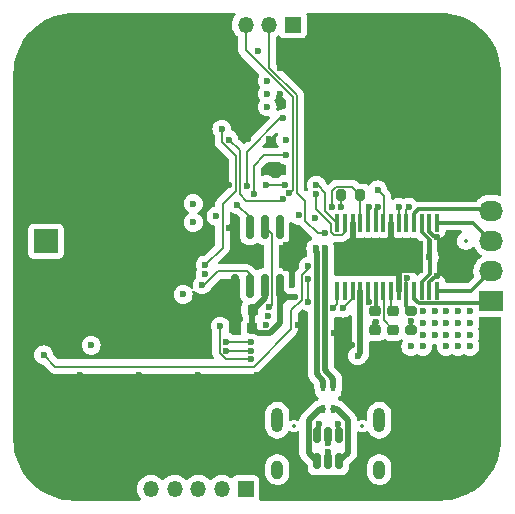
<source format=gbr>
%TF.GenerationSoftware,KiCad,Pcbnew,8.0.4*%
%TF.CreationDate,2024-08-27T17:51:01+02:00*%
%TF.ProjectId,stepper_driver_PCB,73746570-7065-4725-9f64-72697665725f,rev?*%
%TF.SameCoordinates,Original*%
%TF.FileFunction,Copper,L4,Bot*%
%TF.FilePolarity,Positive*%
%FSLAX46Y46*%
G04 Gerber Fmt 4.6, Leading zero omitted, Abs format (unit mm)*
G04 Created by KiCad (PCBNEW 8.0.4) date 2024-08-27 17:51:01*
%MOMM*%
%LPD*%
G01*
G04 APERTURE LIST*
G04 Aperture macros list*
%AMRoundRect*
0 Rectangle with rounded corners*
0 $1 Rounding radius*
0 $2 $3 $4 $5 $6 $7 $8 $9 X,Y pos of 4 corners*
0 Add a 4 corners polygon primitive as box body*
4,1,4,$2,$3,$4,$5,$6,$7,$8,$9,$2,$3,0*
0 Add four circle primitives for the rounded corners*
1,1,$1+$1,$2,$3*
1,1,$1+$1,$4,$5*
1,1,$1+$1,$6,$7*
1,1,$1+$1,$8,$9*
0 Add four rect primitives between the rounded corners*
20,1,$1+$1,$2,$3,$4,$5,0*
20,1,$1+$1,$4,$5,$6,$7,0*
20,1,$1+$1,$6,$7,$8,$9,0*
20,1,$1+$1,$8,$9,$2,$3,0*%
G04 Aperture macros list end*
%TA.AperFunction,ComponentPad*%
%ADD10R,1.350000X1.350000*%
%TD*%
%TA.AperFunction,ComponentPad*%
%ADD11O,1.350000X1.350000*%
%TD*%
%TA.AperFunction,ComponentPad*%
%ADD12C,0.800000*%
%TD*%
%TA.AperFunction,ComponentPad*%
%ADD13C,6.400000*%
%TD*%
%TA.AperFunction,ComponentPad*%
%ADD14R,2.000000X2.000000*%
%TD*%
%TA.AperFunction,ComponentPad*%
%ADD15C,2.000000*%
%TD*%
%TA.AperFunction,ComponentPad*%
%ADD16O,1.000000X2.100000*%
%TD*%
%TA.AperFunction,ComponentPad*%
%ADD17O,1.000000X1.600000*%
%TD*%
%TA.AperFunction,ComponentPad*%
%ADD18R,2.030000X1.730000*%
%TD*%
%TA.AperFunction,ComponentPad*%
%ADD19O,2.030000X1.730000*%
%TD*%
%TA.AperFunction,SMDPad,CuDef*%
%ADD20RoundRect,0.150000X0.150000X-0.825000X0.150000X0.825000X-0.150000X0.825000X-0.150000X-0.825000X0*%
%TD*%
%TA.AperFunction,SMDPad,CuDef*%
%ADD21RoundRect,0.225000X-0.250000X0.225000X-0.250000X-0.225000X0.250000X-0.225000X0.250000X0.225000X0*%
%TD*%
%TA.AperFunction,SMDPad,CuDef*%
%ADD22RoundRect,0.150000X-0.150000X0.512500X-0.150000X-0.512500X0.150000X-0.512500X0.150000X0.512500X0*%
%TD*%
%TA.AperFunction,SMDPad,CuDef*%
%ADD23RoundRect,0.225000X0.225000X0.250000X-0.225000X0.250000X-0.225000X-0.250000X0.225000X-0.250000X0*%
%TD*%
%TA.AperFunction,SMDPad,CuDef*%
%ADD24RoundRect,0.100000X0.100000X-0.675000X0.100000X0.675000X-0.100000X0.675000X-0.100000X-0.675000X0*%
%TD*%
%TA.AperFunction,HeatsinkPad*%
%ADD25C,0.600000*%
%TD*%
%TA.AperFunction,HeatsinkPad*%
%ADD26R,6.200000X2.750000*%
%TD*%
%TA.AperFunction,SMDPad,CuDef*%
%ADD27RoundRect,0.225000X-0.225000X-0.250000X0.225000X-0.250000X0.225000X0.250000X-0.225000X0.250000X0*%
%TD*%
%TA.AperFunction,SMDPad,CuDef*%
%ADD28RoundRect,0.225000X0.250000X-0.225000X0.250000X0.225000X-0.250000X0.225000X-0.250000X-0.225000X0*%
%TD*%
%TA.AperFunction,SMDPad,CuDef*%
%ADD29RoundRect,0.200000X-0.275000X0.200000X-0.275000X-0.200000X0.275000X-0.200000X0.275000X0.200000X0*%
%TD*%
%TA.AperFunction,SMDPad,CuDef*%
%ADD30RoundRect,0.200000X-0.200000X-0.275000X0.200000X-0.275000X0.200000X0.275000X-0.200000X0.275000X0*%
%TD*%
%TA.AperFunction,SMDPad,CuDef*%
%ADD31R,0.406400X0.762000*%
%TD*%
%TA.AperFunction,ViaPad*%
%ADD32C,0.600000*%
%TD*%
%TA.AperFunction,Conductor*%
%ADD33C,0.500000*%
%TD*%
%TA.AperFunction,Conductor*%
%ADD34C,0.300000*%
%TD*%
%TA.AperFunction,Conductor*%
%ADD35C,0.533612*%
%TD*%
%TA.AperFunction,Conductor*%
%ADD36C,0.200000*%
%TD*%
%ADD37C,0.300000*%
%ADD38C,0.350000*%
%ADD39O,0.600000X1.700000*%
%ADD40O,0.600000X1.200000*%
G04 APERTURE END LIST*
D10*
%TO.P,J2,1,Pin_1*%
%TO.N,+3V3*%
X114500000Y-115150000D03*
D11*
%TO.P,J2,2,Pin_2*%
%TO.N,/CTRL_SPI_MOSI*%
X112499999Y-115150000D03*
%TO.P,J2,3,Pin_3*%
%TO.N,/CTRL_SPI_MISO*%
X110500000Y-115150000D03*
%TO.P,J2,4,Pin_4*%
%TO.N,/CTRL_SPI_CLK*%
X108500000Y-115150000D03*
%TO.P,J2,5,Pin_5*%
%TO.N,/CTRL_SPI_NCS*%
X106500000Y-115150000D03*
%TO.P,J2,6,Pin_6*%
%TO.N,GND*%
X104500000Y-115150000D03*
%TD*%
D10*
%TO.P,J4,1,Pin_1*%
%TO.N,+3V3*%
X118500000Y-75850000D03*
D11*
%TO.P,J4,2,Pin_2*%
%TO.N,/JTAG_SWDIO*%
X116499999Y-75850000D03*
%TO.P,J4,3,Pin_3*%
%TO.N,/JTAG_SWCLK*%
X114500000Y-75850000D03*
%TO.P,J4,4,Pin_4*%
%TO.N,GND*%
X112500000Y-75850000D03*
%TD*%
D12*
%TO.P,H2,1,1*%
%TO.N,GND*%
X128600000Y-80000000D03*
X129302944Y-78302944D03*
X129302944Y-81697056D03*
X131000000Y-77600000D03*
D13*
X131000000Y-80000000D03*
D12*
X131000000Y-82400000D03*
X132697056Y-78302944D03*
X132697056Y-81697056D03*
X133400000Y-80000000D03*
%TD*%
D14*
%TO.P,J1,1,Pin_1*%
%TO.N,+24V*%
X97600000Y-94200000D03*
D15*
%TO.P,J1,2,Pin_2*%
%TO.N,GND*%
X97600000Y-96740000D03*
%TD*%
D16*
%TO.P,J5,S1,SHIELD*%
%TO.N,unconnected-(J5-SHIELD-PadS1)*%
X117180000Y-109345000D03*
D17*
%TO.N,unconnected-(J5-SHIELD-PadS1)_2*%
X117180000Y-113525000D03*
D16*
%TO.N,unconnected-(J5-SHIELD-PadS1)_3*%
X125820000Y-109345000D03*
D17*
%TO.N,unconnected-(J5-SHIELD-PadS1)_1*%
X125820000Y-113525000D03*
%TD*%
D12*
%TO.P,H1,1,1*%
%TO.N,GND*%
X97600000Y-80000000D03*
X98302944Y-78302944D03*
X98302944Y-81697056D03*
X100000000Y-77600000D03*
D13*
X100000000Y-80000000D03*
D12*
X100000000Y-82400000D03*
X101697056Y-78302944D03*
X101697056Y-81697056D03*
X102400000Y-80000000D03*
%TD*%
D18*
%TO.P,J3,1,Pin_1*%
%TO.N,/STEPPER_B2*%
X135300000Y-99250000D03*
D19*
%TO.P,J3,2,Pin_2*%
%TO.N,/STEPPER_B1*%
X135300000Y-96710000D03*
%TO.P,J3,3,Pin_3*%
%TO.N,/STEPPER_A1*%
X135300000Y-94170001D03*
%TO.P,J3,4,Pin_4*%
%TO.N,/STEPPER_A2*%
X135300000Y-91630000D03*
%TD*%
D12*
%TO.P,H4,1,1*%
%TO.N,GND*%
X128600000Y-111000000D03*
X129302944Y-109302944D03*
X129302944Y-112697056D03*
X131000000Y-108600000D03*
D13*
X131000000Y-111000000D03*
D12*
X131000000Y-113400000D03*
X132697056Y-109302944D03*
X132697056Y-112697056D03*
X133400000Y-111000000D03*
%TD*%
%TO.P,H3,1,1*%
%TO.N,GND*%
X97600000Y-111000000D03*
X98302944Y-109302944D03*
X98302944Y-112697056D03*
X100000000Y-108600000D03*
D13*
X100000000Y-111000000D03*
D12*
X100000000Y-113400000D03*
X101697056Y-109302944D03*
X101697056Y-112697056D03*
X102400000Y-111000000D03*
%TD*%
D20*
%TO.P,U2,1,VDD5*%
%TO.N,+3V3*%
X117405000Y-97975000D03*
%TO.P,U2,2,VDD3v3*%
X116135000Y-97975000D03*
%TO.P,U2,3,OUT*%
%TO.N,/AS5600_OUT*%
X114865000Y-97975000D03*
%TO.P,U2,4,GND*%
%TO.N,GND*%
X113595000Y-97975000D03*
%TO.P,U2,5,DIR*%
X113595000Y-93025000D03*
%TO.P,U2,6,SCL*%
%TO.N,/I2C_SCL*%
X114865000Y-93025000D03*
%TO.P,U2,7,SDA*%
%TO.N,/I2C_SDA*%
X116135000Y-93025000D03*
%TO.P,U2,8,PGO*%
%TO.N,unconnected-(U2-PGO-Pad8)*%
X117405000Y-93025000D03*
%TD*%
D21*
%TO.P,C15,1*%
%TO.N,Net-(U5-CPO)*%
X127000000Y-100125000D03*
%TO.P,C15,2*%
%TO.N,Net-(U5-CPI)*%
X127000000Y-101675000D03*
%TD*%
D22*
%TO.P,U6,1,I/O1*%
%TO.N,Net-(J5-D--PadA7)*%
X120550001Y-110562500D03*
%TO.P,U6,2,GND*%
%TO.N,GND*%
X121500000Y-110562500D03*
%TO.P,U6,3,I/O2*%
%TO.N,Net-(J5-D+-PadA6)*%
X122449999Y-110562500D03*
%TO.P,U6,4,I/O2*%
%TO.N,/USB/FL_P*%
X122449999Y-112837500D03*
%TO.P,U6,5,VBUS*%
%TO.N,+5V*%
X121500000Y-112837500D03*
%TO.P,U6,6,I/O1*%
%TO.N,/USB/FL_N*%
X120550001Y-112837500D03*
%TD*%
D23*
%TO.P,C4,1*%
%TO.N,+3V3*%
X115075000Y-101500000D03*
%TO.P,C4,2*%
%TO.N,GND*%
X113525000Y-101500000D03*
%TD*%
D24*
%TO.P,U5,1,OB1*%
%TO.N,/STEPPER_B1*%
X130725000Y-98375000D03*
%TO.P,U5,2,BRB*%
%TO.N,GND*%
X130075000Y-98375000D03*
%TO.P,U5,3,VS*%
%TO.N,+24V*%
X129425000Y-98375000D03*
%TO.P,U5,4,OB2*%
%TO.N,/STEPPER_B2*%
X128775000Y-98375000D03*
%TO.P,U5,5,~{EN}*%
%TO.N,/TMC_NEN*%
X128125001Y-98375000D03*
%TO.P,U5,6,GND*%
%TO.N,GND*%
X127475000Y-98375000D03*
%TO.P,U5,7,CPO*%
%TO.N,Net-(U5-CPO)*%
X126825000Y-98375000D03*
%TO.P,U5,8,CPI*%
%TO.N,Net-(U5-CPI)*%
X126175000Y-98375000D03*
%TO.P,U5,9,VCP*%
%TO.N,Net-(U5-VCP)*%
X125525000Y-98375000D03*
%TO.P,U5,10,SPREAD*%
%TO.N,/TMC_SPREAD*%
X124874999Y-98375000D03*
%TO.P,U5,11,5VOUT*%
%TO.N,+5V*%
X124225000Y-98375000D03*
%TO.P,U5,12,MS1_AD0*%
%TO.N,/TMC_MS1*%
X123575000Y-98375000D03*
%TO.P,U5,13,NC*%
%TO.N,unconnected-(U5-NC-Pad13)*%
X122925000Y-98375000D03*
%TO.P,U5,14,MS2_AD1*%
%TO.N,/TMC_MS2*%
X122275000Y-98375000D03*
%TO.P,U5,15,DIAG*%
%TO.N,/TMC_DIAG*%
X122275000Y-92625000D03*
%TO.P,U5,16,INDEX*%
%TO.N,/TMC_INDEX*%
X122925000Y-92625000D03*
%TO.P,U5,17,CLK*%
%TO.N,GND*%
X123575000Y-92625000D03*
%TO.P,U5,18,PDN_UART*%
%TO.N,/TMC_UART_RX*%
X124225000Y-92625000D03*
%TO.P,U5,19,VCC_IO*%
%TO.N,+3V3*%
X124874999Y-92625000D03*
%TO.P,U5,20,STEP*%
%TO.N,/TMC_STEP*%
X125525000Y-92625000D03*
%TO.P,U5,21,VREF*%
%TO.N,+3.3VA*%
X126175000Y-92625000D03*
%TO.P,U5,22,GND*%
%TO.N,GND*%
X126825000Y-92625000D03*
%TO.P,U5,23,DIR*%
%TO.N,/TMC_DIR*%
X127475000Y-92625000D03*
%TO.P,U5,24,STDBY*%
%TO.N,/TMC_STDBY*%
X128125001Y-92625000D03*
%TO.P,U5,25,OA2*%
%TO.N,/STEPPER_A2*%
X128775000Y-92625000D03*
%TO.P,U5,26,VS*%
%TO.N,+24V*%
X129425000Y-92625000D03*
%TO.P,U5,27,BRA*%
%TO.N,GND*%
X130075000Y-92625000D03*
%TO.P,U5,28,OA1*%
%TO.N,/STEPPER_A1*%
X130725000Y-92625000D03*
D25*
%TO.P,U5,29,GND*%
%TO.N,GND*%
X123700000Y-96575000D03*
X125566667Y-96575000D03*
X127433333Y-96575000D03*
X129300000Y-96575000D03*
D26*
X126500000Y-95500000D03*
D25*
X123700000Y-94425000D03*
X125566667Y-94425000D03*
X127433333Y-94425000D03*
X129300000Y-94425000D03*
%TD*%
D27*
%TO.P,C3,1*%
%TO.N,GND*%
X113550000Y-100000000D03*
%TO.P,C3,2*%
%TO.N,+3V3*%
X115100000Y-100000000D03*
%TD*%
D28*
%TO.P,C16,1*%
%TO.N,+24V*%
X125500000Y-101675000D03*
%TO.P,C16,2*%
%TO.N,Net-(U5-VCP)*%
X125500000Y-100125000D03*
%TD*%
D29*
%TO.P,R10,1*%
%TO.N,/TMC_NEN*%
X128500000Y-100075000D03*
%TO.P,R10,2*%
%TO.N,+3V3*%
X128500000Y-101725000D03*
%TD*%
D30*
%TO.P,R1,1*%
%TO.N,/TMC_UART_TX*%
X122575000Y-90300000D03*
%TO.P,R1,2*%
%TO.N,/TMC_UART_RX*%
X124225000Y-90300000D03*
%TD*%
D31*
%TO.P,FL1,1,1*%
%TO.N,/USB/FL_N*%
X121093600Y-108424999D03*
%TO.P,FL1,2,2*%
%TO.N,/USB_DN*%
X121093600Y-106575001D03*
%TO.P,FL1,3,3*%
%TO.N,/USB_DP*%
X121906400Y-106575001D03*
%TO.P,FL1,4,4*%
%TO.N,/USB/FL_P*%
X121906400Y-108424999D03*
%TD*%
D32*
%TO.N,GND*%
X95500000Y-105500000D03*
X127700000Y-104800000D03*
X110500000Y-80500000D03*
X113100000Y-93100000D03*
X135500000Y-105500000D03*
X120499999Y-85500000D03*
X128700000Y-104800000D03*
X125500000Y-75500000D03*
X126900000Y-103000000D03*
X100500000Y-85500000D03*
X105500000Y-80500000D03*
X113100000Y-89400000D03*
X113500000Y-80600000D03*
X130500000Y-75500000D03*
X100500000Y-75500000D03*
X118300000Y-107700000D03*
X115500000Y-110500000D03*
X95500000Y-80500000D03*
X135500000Y-80500000D03*
X126200000Y-104800000D03*
X95500000Y-110500000D03*
X95500000Y-85500000D03*
X110900000Y-78100000D03*
X113500000Y-81700000D03*
X130500000Y-115500000D03*
X97400002Y-102208949D03*
X105500000Y-110500000D03*
X117400000Y-79500000D03*
X100500000Y-90500000D03*
X112700000Y-100013786D03*
X113500000Y-82800000D03*
X123500000Y-103000000D03*
X125500000Y-85500000D03*
X120500000Y-75500000D03*
X105425000Y-96200000D03*
X120500000Y-115500000D03*
X113500000Y-79500000D03*
X116500000Y-87800000D03*
X121500000Y-111300000D03*
X114675000Y-81700000D03*
X108525000Y-92600000D03*
X123000000Y-101000000D03*
X95500000Y-90500000D03*
X129700000Y-104800000D03*
X124700000Y-107700000D03*
X106975000Y-92000000D03*
X120100000Y-78100000D03*
X117900000Y-96500000D03*
X130800000Y-105600000D03*
X105500000Y-85500000D03*
X125500000Y-80500000D03*
X120383246Y-92225000D03*
X130500000Y-90500000D03*
X100500000Y-115500000D03*
X114700000Y-85500000D03*
X131700000Y-104800000D03*
X110500000Y-75500000D03*
X113100000Y-97900000D03*
X115500000Y-105500000D03*
X108525000Y-91000000D03*
X110500000Y-100500000D03*
X114675000Y-80600000D03*
X105500000Y-100500000D03*
X110500000Y-85500000D03*
X100500000Y-105500000D03*
X116500000Y-85500000D03*
X117900000Y-94500000D03*
X100500000Y-100500000D03*
X125500000Y-115500000D03*
X110500000Y-105500000D03*
X135500000Y-85500000D03*
X130710387Y-97150001D03*
X109175000Y-97100000D03*
X130500000Y-85500000D03*
X118900000Y-101325000D03*
X122000000Y-102000000D03*
X130736262Y-93849999D03*
X114675000Y-82800000D03*
X95500000Y-100500000D03*
X117400000Y-82800000D03*
X117400000Y-81725000D03*
X105500000Y-75500000D03*
X125500000Y-103000000D03*
X109500000Y-113700000D03*
X95500000Y-95500000D03*
X105500000Y-105500000D03*
X111500000Y-112500000D03*
X120500000Y-80500000D03*
X135500000Y-110500000D03*
%TO.N,+5V*%
X121500000Y-112050003D03*
X124000000Y-103900000D03*
%TO.N,/USB_DN*%
X120449997Y-94800000D03*
%TO.N,+3.3VA*%
X111100000Y-97000000D03*
X125700000Y-89850000D03*
%TO.N,/USB_DP*%
X121200000Y-94800000D03*
%TO.N,Net-(J5-D+-PadA6)*%
X122300000Y-109700000D03*
%TO.N,Net-(J5-D--PadA7)*%
X120700000Y-109700000D03*
%TO.N,/NRST*%
X112500000Y-84700000D03*
X111100000Y-96200000D03*
%TO.N,/STATUS*%
X97400002Y-103808871D03*
X119799582Y-96300000D03*
%TO.N,/I2C_SDA*%
X116507512Y-99796921D03*
%TO.N,/I2C_SCL*%
X113800000Y-91100000D03*
%TO.N,/TMC_UART_RX*%
X121800000Y-91300000D03*
%TO.N,+24V*%
X130050002Y-95500000D03*
X125504412Y-101025000D03*
%TO.N,/AS5600_OUT*%
X110833006Y-97878563D03*
%TO.N,/TMC_UART_TX*%
X122549996Y-91303104D03*
%TO.N,+3V3*%
X116325000Y-81700000D03*
X110075000Y-92600000D03*
X101425000Y-103000000D03*
X118700000Y-98900000D03*
X131500000Y-102100000D03*
X129500000Y-102100000D03*
X115075000Y-100800000D03*
X115525000Y-78100000D03*
X124950003Y-91300000D03*
X132500000Y-101100000D03*
X129500000Y-101100000D03*
X118999999Y-92000000D03*
X128500000Y-103100000D03*
X131500000Y-100100000D03*
X132500000Y-103100000D03*
X112000000Y-92062500D03*
X133500000Y-101100000D03*
X116325000Y-80600000D03*
X128500000Y-100925000D03*
X133500000Y-100100000D03*
X133500000Y-102100000D03*
X131500000Y-101100000D03*
X129500000Y-103100000D03*
X116325000Y-82800000D03*
X130500000Y-101100000D03*
X132500000Y-100100000D03*
X117900000Y-85600000D03*
X132500000Y-102100000D03*
X131500000Y-103100000D03*
X129500000Y-100100000D03*
X110075000Y-91000000D03*
X130500000Y-102100000D03*
X109218750Y-98700000D03*
X130500000Y-100100000D03*
X133500000Y-103100000D03*
%TO.N,/BOOT0*%
X117700000Y-83800000D03*
X114611091Y-89488909D03*
%TO.N,/W25Q128_NRST*%
X117900000Y-86900000D03*
X115200000Y-90200000D03*
%TO.N,/JTAG_SWDIO*%
X121200000Y-93500000D03*
%TO.N,/JTAG_SWCLK*%
X118200000Y-90115687D03*
%TO.N,/TMC_NEN*%
X128175000Y-97325002D03*
X112350000Y-101400000D03*
X115000000Y-104200006D03*
%TO.N,/TMC_STDBY*%
X128300000Y-91300000D03*
%TO.N,/TMC_SPREAD*%
X119799582Y-97424999D03*
X119799582Y-99300000D03*
X124925000Y-99305653D03*
%TO.N,/TMC_MS1*%
X112850000Y-103450003D03*
X122741776Y-99855653D03*
X115000000Y-103450003D03*
%TO.N,/TMC_INDEX*%
X120499997Y-90200000D03*
X116375000Y-100543042D03*
%TO.N,/TMC_DIR*%
X127500000Y-91300000D03*
%TO.N,/TMC_STEP*%
X125700006Y-91300000D03*
%TO.N,/TMC_DIAG*%
X116203526Y-101273179D03*
X120500000Y-89449998D03*
%TO.N,/TMC_MS2*%
X121916806Y-99855653D03*
X112850000Y-102700000D03*
X115000000Y-102700000D03*
%TO.N,/FLASH_SPI_MOSI*%
X117806410Y-89406410D03*
X116200000Y-89400000D03*
%TO.N,/FLASH_SPI_NCS*%
X113100000Y-85600000D03*
X117650000Y-90625588D03*
%TD*%
D33*
%TO.N,GND*%
X113595000Y-99955000D02*
X113550000Y-100000000D01*
D34*
X130075000Y-92625000D02*
X130075000Y-93399999D01*
D33*
X127475000Y-98375000D02*
X127475000Y-96475000D01*
X123575000Y-92625000D02*
X123575000Y-94300000D01*
X113525000Y-100025000D02*
X113550000Y-100000000D01*
D34*
X130075000Y-98375000D02*
X130075000Y-97667940D01*
X130592939Y-97150001D02*
X130710387Y-97150001D01*
D33*
X113550000Y-100000000D02*
X112713786Y-100000000D01*
D34*
X130525000Y-93849999D02*
X130736262Y-93849999D01*
X130075000Y-97667940D02*
X130592939Y-97150001D01*
X121500000Y-110562500D02*
X121500000Y-111300000D01*
D33*
X126825000Y-92625000D02*
X126825000Y-95175000D01*
X126825000Y-95175000D02*
X126500000Y-95500000D01*
X113175000Y-93025000D02*
X113100000Y-93100000D01*
X112713786Y-100000000D02*
X112700000Y-100013786D01*
X123575000Y-94300000D02*
X123700000Y-94425000D01*
X127475000Y-96475000D02*
X126500000Y-95500000D01*
X113595000Y-97975000D02*
X113595000Y-99955000D01*
X113525000Y-101500000D02*
X113525000Y-100025000D01*
X113595000Y-97975000D02*
X113175000Y-97975000D01*
X113175000Y-97975000D02*
X113100000Y-97900000D01*
D34*
X130075000Y-93399999D02*
X130525000Y-93849999D01*
D33*
X113595000Y-93025000D02*
X113175000Y-93025000D01*
%TO.N,+5V*%
X124225000Y-103675000D02*
X124000000Y-103900000D01*
D34*
X121500000Y-112050003D02*
X121500000Y-112837500D01*
D33*
X124225000Y-98375000D02*
X124225000Y-103675000D01*
D35*
%TO.N,/USB_DN*%
X120516388Y-105416388D02*
X121093600Y-105993600D01*
X120449997Y-94800000D02*
X120449997Y-95063714D01*
X120449997Y-95063714D02*
X120516388Y-95130105D01*
X121093600Y-105993600D02*
X121093600Y-106575001D01*
X120516388Y-95130105D02*
X120516388Y-105416388D01*
%TO.N,/USB/FL_N*%
X119833195Y-109366805D02*
X120775001Y-108424999D01*
X120550001Y-112837500D02*
X119833195Y-112120694D01*
X119833195Y-112120694D02*
X119833195Y-109366805D01*
X120775001Y-108424999D02*
X121093600Y-108424999D01*
D36*
%TO.N,+3.3VA*%
X126250006Y-92549994D02*
X126250006Y-90400006D01*
X126175000Y-92625000D02*
X126250006Y-92549994D01*
X126250006Y-90400006D02*
X125700000Y-89850000D01*
D35*
%TO.N,/USB_DP*%
X121200000Y-105133226D02*
X121906400Y-105839626D01*
X121200000Y-94800000D02*
X121200000Y-105133226D01*
X121906400Y-105839626D02*
X121906400Y-106575001D01*
%TO.N,/USB/FL_P*%
X122224999Y-108424999D02*
X121906400Y-108424999D01*
X123166805Y-109366805D02*
X122224999Y-108424999D01*
X123166805Y-112120694D02*
X123166805Y-109366805D01*
X122449999Y-112837500D02*
X123166805Y-112120694D01*
D34*
%TO.N,Net-(J5-D+-PadA6)*%
X122300000Y-110412501D02*
X122449999Y-110562500D01*
X122300000Y-109700000D02*
X122300000Y-110412501D01*
%TO.N,Net-(J5-D--PadA7)*%
X120700000Y-109700000D02*
X120700000Y-110412501D01*
X120700000Y-110412501D02*
X120550001Y-110562500D01*
D36*
%TO.N,/NRST*%
X112500000Y-85777818D02*
X113661091Y-86938909D01*
X112500000Y-84700000D02*
X112500000Y-85777818D01*
X113661091Y-86938909D02*
X113661091Y-89933884D01*
X112550000Y-94750000D02*
X111100000Y-96200000D01*
X112550000Y-91044975D02*
X112550000Y-94750000D01*
X113661091Y-89933884D02*
X112550000Y-91044975D01*
%TO.N,/STATUS*%
X119249582Y-99128236D02*
X118322182Y-100055636D01*
X118322182Y-100055636D02*
X118322182Y-101655642D01*
X119799582Y-96522600D02*
X119250000Y-97072182D01*
X119250000Y-97072182D02*
X119250000Y-97196763D01*
X98391131Y-104800000D02*
X97400002Y-103808871D01*
X118322182Y-101655642D02*
X115177824Y-104800000D01*
X119799582Y-96300000D02*
X119799582Y-96522600D01*
X119249582Y-97197181D02*
X119249582Y-99128236D01*
X115177824Y-104800000D02*
X98391131Y-104800000D01*
X119250000Y-97196763D02*
X119249582Y-97197181D01*
%TO.N,/I2C_SDA*%
X116507512Y-99796921D02*
X116700000Y-99604433D01*
X116700000Y-93590000D02*
X116135000Y-93025000D01*
X116700000Y-99604433D02*
X116700000Y-93590000D01*
%TO.N,/I2C_SCL*%
X114865000Y-92165000D02*
X113800000Y-91100000D01*
X114865000Y-93025000D02*
X114865000Y-92165000D01*
%TO.N,/TMC_UART_RX*%
X121800000Y-89958062D02*
X122183062Y-89575000D01*
X121800000Y-91300000D02*
X121800000Y-89958062D01*
X124225000Y-90300000D02*
X124225000Y-92625000D01*
X122183062Y-89575000D02*
X123500000Y-89575000D01*
X123500000Y-89575000D02*
X124225000Y-90300000D01*
D34*
%TO.N,+24V*%
X130100000Y-97006544D02*
X129425000Y-97681544D01*
X129425000Y-93399999D02*
X130100000Y-94074999D01*
D33*
X125500000Y-101029412D02*
X125500000Y-101675000D01*
D34*
X130050002Y-94025001D02*
X130050002Y-95500000D01*
X129425000Y-92625000D02*
X129425000Y-93399999D01*
X129425000Y-93399999D02*
X130050002Y-94025001D01*
X130100000Y-94074999D02*
X130100000Y-97006544D01*
X129425000Y-97681544D02*
X129425000Y-98375000D01*
D33*
X125504412Y-101025000D02*
X125500000Y-101029412D01*
D36*
%TO.N,/AS5600_OUT*%
X114865000Y-97000001D02*
X114614999Y-96750000D01*
X112127818Y-96750000D02*
X110999255Y-97878563D01*
X110999255Y-97878563D02*
X110833006Y-97878563D01*
X114614999Y-96750000D02*
X112127818Y-96750000D01*
X114865000Y-97975000D02*
X114865000Y-97000001D01*
%TO.N,/TMC_UART_TX*%
X122575000Y-90300000D02*
X122575000Y-91278100D01*
X122575000Y-91278100D02*
X122549996Y-91303104D01*
D34*
%TO.N,/STEPPER_B1*%
X135290000Y-96710000D02*
X133625000Y-98375000D01*
X133625000Y-98375000D02*
X130725000Y-98375000D01*
X135300000Y-96710000D02*
X135290000Y-96710000D01*
%TO.N,/STEPPER_B2*%
X128775000Y-98375000D02*
X128775000Y-99068456D01*
X128775000Y-99068456D02*
X129156544Y-99450000D01*
X129156544Y-99450000D02*
X135100000Y-99450000D01*
X135100000Y-99450000D02*
X135300000Y-99250000D01*
%TO.N,/STEPPER_A1*%
X133754999Y-92625000D02*
X135300000Y-94170001D01*
X130725000Y-92625000D02*
X133754999Y-92625000D01*
%TO.N,/STEPPER_A2*%
X128775000Y-91850001D02*
X129125001Y-91500000D01*
X128775000Y-92625000D02*
X128775000Y-91850001D01*
X135170000Y-91500000D02*
X135300000Y-91630000D01*
X129125001Y-91500000D02*
X135170000Y-91500000D01*
D33*
%TO.N,+3V3*%
X115548179Y-101973179D02*
X116549003Y-101973179D01*
D34*
X128500000Y-101725000D02*
X128500000Y-100925000D01*
D33*
X117405000Y-99395000D02*
X117405000Y-101117182D01*
X115075000Y-101500000D02*
X115075000Y-100025000D01*
X117405000Y-98405000D02*
X117405000Y-97975000D01*
X117405000Y-101117182D02*
X117405000Y-97975000D01*
D34*
X124874999Y-92625000D02*
X124874999Y-91375004D01*
X124874999Y-91375004D02*
X124950003Y-91300000D01*
D33*
X117900000Y-98900000D02*
X117405000Y-99395000D01*
X115075000Y-101500000D02*
X115548179Y-101973179D01*
X116549003Y-101973179D02*
X117405000Y-101117182D01*
X116135000Y-98965000D02*
X116135000Y-97975000D01*
X118700000Y-98900000D02*
X117900000Y-98900000D01*
X117900000Y-98900000D02*
X117405000Y-98405000D01*
X115075000Y-100025000D02*
X115100000Y-100000000D01*
X115100000Y-100000000D02*
X116135000Y-98965000D01*
D36*
%TO.N,/BOOT0*%
X114600000Y-89477818D02*
X114600000Y-86600000D01*
X114600000Y-86600000D02*
X117400000Y-83800000D01*
X114611091Y-89488909D02*
X114600000Y-89477818D01*
X117400000Y-83800000D02*
X117700000Y-83800000D01*
%TO.N,/W25Q128_NRST*%
X116100000Y-86900000D02*
X117900000Y-86900000D01*
X115200000Y-87800000D02*
X116100000Y-86900000D01*
X115200000Y-90200000D02*
X115200000Y-87800000D01*
%TO.N,Net-(U5-CPI)*%
X126175000Y-98375000D02*
X126225000Y-98425000D01*
X126225000Y-98425000D02*
X126225000Y-100900000D01*
X126225000Y-100900000D02*
X127000000Y-101675000D01*
%TO.N,Net-(U5-CPO)*%
X126825000Y-98375000D02*
X126825000Y-99950000D01*
X126825000Y-99950000D02*
X127000000Y-100125000D01*
D34*
%TO.N,Net-(U5-VCP)*%
X125525000Y-100100000D02*
X125500000Y-100125000D01*
X125525000Y-98375000D02*
X125525000Y-100100000D01*
D36*
%TO.N,/JTAG_SWDIO*%
X118850000Y-81852207D02*
X116499999Y-79502206D01*
X121200000Y-93500000D02*
X120600000Y-93500000D01*
X118850000Y-90072182D02*
X118850000Y-81852207D01*
X116499999Y-79502206D02*
X116499999Y-75850000D01*
X120600000Y-93500000D02*
X119549999Y-92449999D01*
X119549999Y-92449999D02*
X119549999Y-90772181D01*
X119549999Y-90772181D02*
X118850000Y-90072182D01*
%TO.N,/JTAG_SWCLK*%
X118500000Y-89815687D02*
X118500000Y-81997182D01*
X118500000Y-81997182D02*
X114500000Y-77997182D01*
X118200000Y-90115687D02*
X118500000Y-89815687D01*
X114500000Y-77997182D02*
X114500000Y-75850000D01*
%TO.N,/TMC_NEN*%
X112300000Y-101450000D02*
X112300000Y-103677821D01*
X112350000Y-101400000D02*
X112300000Y-101450000D01*
D34*
X128125001Y-99700001D02*
X128500000Y-100075000D01*
D36*
X112300000Y-103677821D02*
X112822185Y-104200006D01*
X128125001Y-97375001D02*
X128175000Y-97325002D01*
X112822185Y-104200006D02*
X115000000Y-104200006D01*
D34*
X128125001Y-98375000D02*
X128125001Y-99700001D01*
D36*
X128125001Y-98375000D02*
X128125001Y-97375001D01*
%TO.N,/TMC_STDBY*%
X128125001Y-92625000D02*
X128125001Y-91474999D01*
X128125001Y-91474999D02*
X128300000Y-91300000D01*
%TO.N,/TMC_SPREAD*%
X124874999Y-98375000D02*
X124874999Y-99255652D01*
X124874999Y-99255652D02*
X124925000Y-99305653D01*
X119799582Y-97424999D02*
X119799582Y-99300000D01*
%TO.N,/TMC_MS1*%
X122741776Y-99855653D02*
X123575000Y-99022429D01*
X123575000Y-99022429D02*
X123575000Y-98375000D01*
X115000000Y-103450003D02*
X112850000Y-103450003D01*
%TO.N,/TMC_INDEX*%
X121750000Y-92750000D02*
X120499997Y-91499997D01*
X122674999Y-93650000D02*
X122000000Y-93650000D01*
X122925000Y-92625000D02*
X122925000Y-93399999D01*
X122925000Y-93399999D02*
X122674999Y-93650000D01*
X122000000Y-93650000D02*
X121750000Y-93400000D01*
X121750000Y-93400000D02*
X121750000Y-92750000D01*
X120499997Y-91499997D02*
X120499997Y-90200000D01*
%TO.N,/TMC_DIR*%
X127475000Y-91325000D02*
X127500000Y-91300000D01*
X127475000Y-92625000D02*
X127475000Y-91325000D01*
D34*
%TO.N,/TMC_STEP*%
X125525000Y-92625000D02*
X125525000Y-91475006D01*
X125525000Y-91475006D02*
X125700006Y-91300000D01*
D36*
%TO.N,/TMC_DIAG*%
X122275000Y-92625000D02*
X121250000Y-91600000D01*
X121250000Y-91600000D02*
X121250000Y-90101470D01*
X121250000Y-90101470D02*
X120598528Y-89449998D01*
X120598528Y-89449998D02*
X120500000Y-89449998D01*
%TO.N,/TMC_MS2*%
X122275000Y-98375000D02*
X122275000Y-99497459D01*
X115000000Y-102700000D02*
X112850000Y-102700000D01*
X122275000Y-99497459D02*
X121916806Y-99855653D01*
%TO.N,/FLASH_SPI_MOSI*%
X116200000Y-89400000D02*
X117800000Y-89400000D01*
X117800000Y-89400000D02*
X117806410Y-89406410D01*
%TO.N,/FLASH_SPI_NCS*%
X114011091Y-86511091D02*
X113100000Y-85600000D01*
X114550000Y-90750000D02*
X114011091Y-90211091D01*
X117525588Y-90750000D02*
X114550000Y-90750000D01*
X117650000Y-90625588D02*
X117525588Y-90750000D01*
X114011091Y-90211091D02*
X114011091Y-86511091D01*
%TD*%
%TA.AperFunction,Conductor*%
%TO.N,GND*%
G36*
X113599912Y-74870185D02*
G01*
X113645667Y-74922989D01*
X113655611Y-74992147D01*
X113629626Y-75049044D01*
X113631028Y-75050103D01*
X113627573Y-75054677D01*
X113627573Y-75054678D01*
X113617877Y-75067518D01*
X113496288Y-75228527D01*
X113399184Y-75423537D01*
X113339564Y-75633081D01*
X113319464Y-75849999D01*
X113319464Y-75850000D01*
X113339564Y-76066918D01*
X113339564Y-76066920D01*
X113339565Y-76066923D01*
X113381701Y-76215016D01*
X113399184Y-76276462D01*
X113496288Y-76471472D01*
X113627574Y-76645324D01*
X113788564Y-76792085D01*
X113788566Y-76792086D01*
X113788568Y-76792088D01*
X113840778Y-76824414D01*
X113887412Y-76876439D01*
X113899500Y-76929840D01*
X113899500Y-77910512D01*
X113899499Y-77910530D01*
X113899499Y-78076236D01*
X113899498Y-78076236D01*
X113940423Y-78228967D01*
X113956503Y-78256818D01*
X113956502Y-78256818D01*
X113956503Y-78256819D01*
X114019475Y-78365891D01*
X114019481Y-78365899D01*
X114138349Y-78484767D01*
X114138355Y-78484772D01*
X115646922Y-79993339D01*
X115680407Y-80054662D01*
X115675423Y-80124354D01*
X115664235Y-80146992D01*
X115599211Y-80250476D01*
X115539631Y-80420745D01*
X115539630Y-80420750D01*
X115519435Y-80599996D01*
X115519435Y-80600003D01*
X115539630Y-80779249D01*
X115539631Y-80779254D01*
X115599211Y-80949523D01*
X115683727Y-81084028D01*
X115702727Y-81151264D01*
X115683727Y-81215972D01*
X115599211Y-81350476D01*
X115539631Y-81520745D01*
X115539630Y-81520750D01*
X115519435Y-81699996D01*
X115519435Y-81700003D01*
X115539630Y-81879249D01*
X115539631Y-81879254D01*
X115599211Y-82049523D01*
X115683727Y-82184028D01*
X115702727Y-82251264D01*
X115683727Y-82315972D01*
X115599211Y-82450476D01*
X115539631Y-82620745D01*
X115539630Y-82620750D01*
X115519435Y-82799996D01*
X115519435Y-82800003D01*
X115539630Y-82979249D01*
X115539631Y-82979254D01*
X115599211Y-83149523D01*
X115691276Y-83296042D01*
X115695184Y-83302262D01*
X115822738Y-83429816D01*
X115975478Y-83525789D01*
X116145745Y-83585368D01*
X116145750Y-83585369D01*
X116324996Y-83605565D01*
X116325000Y-83605565D01*
X116325002Y-83605565D01*
X116379114Y-83599467D01*
X116446412Y-83591885D01*
X116515234Y-83603939D01*
X116566613Y-83651288D01*
X116584238Y-83718898D01*
X116562512Y-83785304D01*
X116547977Y-83802786D01*
X114437680Y-85913083D01*
X114376357Y-85946568D01*
X114306665Y-85941584D01*
X114262318Y-85913083D01*
X113930700Y-85581465D01*
X113897215Y-85520142D01*
X113895163Y-85507686D01*
X113885368Y-85420745D01*
X113825789Y-85250478D01*
X113729816Y-85097738D01*
X113602262Y-84970184D01*
X113449522Y-84874211D01*
X113385478Y-84851801D01*
X113328702Y-84811079D01*
X113302955Y-84746126D01*
X113303213Y-84720874D01*
X113305565Y-84700001D01*
X113305565Y-84699996D01*
X113285369Y-84520750D01*
X113285368Y-84520745D01*
X113225788Y-84350476D01*
X113129815Y-84197737D01*
X113002262Y-84070184D01*
X112849523Y-83974211D01*
X112679254Y-83914631D01*
X112679249Y-83914630D01*
X112500004Y-83894435D01*
X112499996Y-83894435D01*
X112320750Y-83914630D01*
X112320745Y-83914631D01*
X112150476Y-83974211D01*
X111997737Y-84070184D01*
X111870184Y-84197737D01*
X111774211Y-84350476D01*
X111714631Y-84520745D01*
X111714630Y-84520750D01*
X111694435Y-84699996D01*
X111694435Y-84700003D01*
X111714630Y-84879249D01*
X111714631Y-84879254D01*
X111774211Y-85049523D01*
X111804507Y-85097738D01*
X111847124Y-85165563D01*
X111870185Y-85202263D01*
X111872445Y-85205097D01*
X111873334Y-85207275D01*
X111873889Y-85208158D01*
X111873734Y-85208255D01*
X111898855Y-85269783D01*
X111899500Y-85282412D01*
X111899500Y-85691148D01*
X111899499Y-85691166D01*
X111899499Y-85856872D01*
X111899498Y-85856872D01*
X111899499Y-85856875D01*
X111924324Y-85949523D01*
X111940424Y-86009605D01*
X111952528Y-86030569D01*
X111952529Y-86030571D01*
X112019477Y-86146530D01*
X112019481Y-86146535D01*
X112138349Y-86265403D01*
X112138355Y-86265408D01*
X113024272Y-87151325D01*
X113057757Y-87212648D01*
X113060591Y-87239006D01*
X113060591Y-89633786D01*
X113040906Y-89700825D01*
X113024272Y-89721467D01*
X112069481Y-90676257D01*
X112069480Y-90676259D01*
X112027193Y-90749503D01*
X111990423Y-90813190D01*
X111949499Y-90965918D01*
X111949499Y-90965920D01*
X111949499Y-91134021D01*
X111949500Y-91134034D01*
X111949500Y-91151811D01*
X111929815Y-91218850D01*
X111877011Y-91264605D01*
X111839385Y-91275031D01*
X111820750Y-91277130D01*
X111650478Y-91336710D01*
X111497737Y-91432684D01*
X111370184Y-91560237D01*
X111274211Y-91712976D01*
X111214631Y-91883245D01*
X111214630Y-91883250D01*
X111194435Y-92062496D01*
X111194435Y-92062503D01*
X111214630Y-92241749D01*
X111214631Y-92241754D01*
X111274211Y-92412023D01*
X111344664Y-92524147D01*
X111370184Y-92564762D01*
X111497738Y-92692316D01*
X111551010Y-92725789D01*
X111645830Y-92785369D01*
X111650478Y-92788289D01*
X111820745Y-92847868D01*
X111839382Y-92849967D01*
X111903795Y-92877032D01*
X111943352Y-92934626D01*
X111949500Y-92973188D01*
X111949500Y-94449902D01*
X111929815Y-94516941D01*
X111913181Y-94537583D01*
X111081465Y-95369298D01*
X111020142Y-95402783D01*
X111007668Y-95404837D01*
X110920750Y-95414630D01*
X110750478Y-95474210D01*
X110597737Y-95570184D01*
X110470184Y-95697737D01*
X110374211Y-95850476D01*
X110314631Y-96020745D01*
X110314630Y-96020750D01*
X110294435Y-96199996D01*
X110294435Y-96200003D01*
X110314630Y-96379249D01*
X110314633Y-96379262D01*
X110376510Y-96556094D01*
X110374364Y-96556844D01*
X110383962Y-96615144D01*
X110375609Y-96643590D01*
X110376510Y-96643906D01*
X110314633Y-96820737D01*
X110314630Y-96820750D01*
X110294435Y-96999996D01*
X110294435Y-97000003D01*
X110314630Y-97179251D01*
X110315291Y-97182144D01*
X110315173Y-97184064D01*
X110315411Y-97186175D01*
X110315041Y-97186216D01*
X110311013Y-97251883D01*
X110282080Y-97297411D01*
X110203189Y-97376302D01*
X110107217Y-97529039D01*
X110047637Y-97699308D01*
X110047636Y-97699313D01*
X110027441Y-97878559D01*
X110027441Y-97878566D01*
X110047636Y-98057812D01*
X110047637Y-98057817D01*
X110050670Y-98066483D01*
X110054231Y-98136262D01*
X110019502Y-98196890D01*
X109957509Y-98229117D01*
X109887933Y-98222712D01*
X109845947Y-98195119D01*
X109721012Y-98070184D01*
X109568273Y-97974211D01*
X109398004Y-97914631D01*
X109397999Y-97914630D01*
X109218754Y-97894435D01*
X109218746Y-97894435D01*
X109039500Y-97914630D01*
X109039495Y-97914631D01*
X108869226Y-97974211D01*
X108716487Y-98070184D01*
X108588934Y-98197737D01*
X108492961Y-98350476D01*
X108433381Y-98520745D01*
X108433380Y-98520750D01*
X108413185Y-98699996D01*
X108413185Y-98700003D01*
X108433380Y-98879249D01*
X108433381Y-98879254D01*
X108492961Y-99049523D01*
X108588683Y-99201862D01*
X108588934Y-99202262D01*
X108716488Y-99329816D01*
X108869228Y-99425789D01*
X109039495Y-99485368D01*
X109039500Y-99485369D01*
X109218746Y-99505565D01*
X109218750Y-99505565D01*
X109218754Y-99505565D01*
X109397999Y-99485369D01*
X109398002Y-99485368D01*
X109398005Y-99485368D01*
X109568272Y-99425789D01*
X109721012Y-99329816D01*
X109848566Y-99202262D01*
X109944539Y-99049522D01*
X110004118Y-98879255D01*
X110024315Y-98700000D01*
X110020251Y-98663932D01*
X110004119Y-98520750D01*
X110004117Y-98520742D01*
X110001087Y-98512083D01*
X109997523Y-98442304D01*
X110032249Y-98381676D01*
X110094241Y-98349446D01*
X110163817Y-98355849D01*
X110205808Y-98383443D01*
X110330744Y-98508379D01*
X110483484Y-98604352D01*
X110653751Y-98663931D01*
X110653756Y-98663932D01*
X110833002Y-98684128D01*
X110833006Y-98684128D01*
X110833010Y-98684128D01*
X111012255Y-98663932D01*
X111012258Y-98663931D01*
X111012261Y-98663931D01*
X111182528Y-98604352D01*
X111335268Y-98508379D01*
X111462822Y-98380825D01*
X111558795Y-98228085D01*
X111581650Y-98162766D01*
X111611008Y-98116043D01*
X112340234Y-97386819D01*
X112401557Y-97353334D01*
X112427915Y-97350500D01*
X113940500Y-97350500D01*
X114007539Y-97370185D01*
X114053294Y-97422989D01*
X114064500Y-97474500D01*
X114064500Y-98865701D01*
X114067401Y-98902567D01*
X114067402Y-98902573D01*
X114113254Y-99060393D01*
X114113255Y-99060396D01*
X114196917Y-99201862D01*
X114196923Y-99201870D01*
X114228878Y-99233825D01*
X114262363Y-99295148D01*
X114257379Y-99364840D01*
X114246736Y-99386602D01*
X114213001Y-99441296D01*
X114212996Y-99441305D01*
X114159651Y-99602290D01*
X114149500Y-99701647D01*
X114149500Y-100298337D01*
X114149501Y-100298355D01*
X114159650Y-100397707D01*
X114159651Y-100397710D01*
X114212996Y-100558694D01*
X114213000Y-100558703D01*
X114261231Y-100636898D01*
X114279671Y-100704290D01*
X114278912Y-100715877D01*
X114271264Y-100783756D01*
X114253583Y-100834969D01*
X114188000Y-100941296D01*
X114187996Y-100941305D01*
X114134651Y-101102290D01*
X114124500Y-101201647D01*
X114124500Y-101798337D01*
X114124501Y-101798355D01*
X114134650Y-101897707D01*
X114134651Y-101897710D01*
X114147504Y-101936496D01*
X114149906Y-102006324D01*
X114114174Y-102066366D01*
X114051654Y-102097559D01*
X114029798Y-102099500D01*
X113432412Y-102099500D01*
X113365373Y-102079815D01*
X113355097Y-102072445D01*
X113352263Y-102070185D01*
X113352262Y-102070184D01*
X113199522Y-101974211D01*
X113199519Y-101974209D01*
X113129120Y-101949575D01*
X113072344Y-101908854D01*
X113046597Y-101843901D01*
X113060053Y-101775339D01*
X113065078Y-101766568D01*
X113075789Y-101749522D01*
X113135368Y-101579255D01*
X113135669Y-101576584D01*
X113155565Y-101400003D01*
X113155565Y-101399996D01*
X113135369Y-101220750D01*
X113135368Y-101220745D01*
X113128685Y-101201647D01*
X113075789Y-101050478D01*
X112979816Y-100897738D01*
X112852262Y-100770184D01*
X112803427Y-100739499D01*
X112699523Y-100674211D01*
X112529254Y-100614631D01*
X112529249Y-100614630D01*
X112350004Y-100594435D01*
X112349996Y-100594435D01*
X112170750Y-100614630D01*
X112170745Y-100614631D01*
X112000476Y-100674211D01*
X111847737Y-100770184D01*
X111720184Y-100897737D01*
X111624211Y-101050476D01*
X111564631Y-101220745D01*
X111564630Y-101220750D01*
X111544435Y-101399996D01*
X111544435Y-101400003D01*
X111564630Y-101579249D01*
X111564631Y-101579254D01*
X111624211Y-101749524D01*
X111680493Y-101839094D01*
X111699500Y-101905067D01*
X111699500Y-103591151D01*
X111699499Y-103591169D01*
X111699499Y-103756875D01*
X111699498Y-103756875D01*
X111740423Y-103909606D01*
X111769358Y-103959721D01*
X111769359Y-103959725D01*
X111769360Y-103959725D01*
X111800407Y-104013501D01*
X111816879Y-104081401D01*
X111794026Y-104147428D01*
X111739104Y-104190618D01*
X111693019Y-104199500D01*
X98691228Y-104199500D01*
X98624189Y-104179815D01*
X98603547Y-104163181D01*
X98230702Y-103790336D01*
X98197217Y-103729013D01*
X98195165Y-103716557D01*
X98185370Y-103629616D01*
X98125791Y-103459349D01*
X98029818Y-103306609D01*
X97902264Y-103179055D01*
X97837185Y-103138163D01*
X97749525Y-103083082D01*
X97579256Y-103023502D01*
X97579251Y-103023501D01*
X97400006Y-103003306D01*
X97399998Y-103003306D01*
X97220752Y-103023501D01*
X97220747Y-103023502D01*
X97050478Y-103083082D01*
X96897739Y-103179055D01*
X96770186Y-103306608D01*
X96674213Y-103459347D01*
X96614633Y-103629616D01*
X96614632Y-103629621D01*
X96594437Y-103808867D01*
X96594437Y-103808874D01*
X96614632Y-103988120D01*
X96614633Y-103988125D01*
X96674213Y-104158394D01*
X96731473Y-104249522D01*
X96770186Y-104311133D01*
X96897740Y-104438687D01*
X97050480Y-104534660D01*
X97220747Y-104594239D01*
X97307671Y-104604032D01*
X97372082Y-104631097D01*
X97381467Y-104639571D01*
X97906270Y-105164374D01*
X97906280Y-105164385D01*
X97910610Y-105168715D01*
X97910611Y-105168716D01*
X98022415Y-105280520D01*
X98079750Y-105313622D01*
X98142523Y-105349864D01*
X98159342Y-105359575D01*
X98159346Y-105359577D01*
X98312074Y-105400500D01*
X115091155Y-105400500D01*
X115091171Y-105400501D01*
X115098767Y-105400501D01*
X115256878Y-105400501D01*
X115256881Y-105400501D01*
X115409609Y-105359577D01*
X115489205Y-105313622D01*
X115546540Y-105280520D01*
X115658344Y-105168716D01*
X115658344Y-105168714D01*
X115668548Y-105158511D01*
X115668551Y-105158506D01*
X118802702Y-102024358D01*
X118881759Y-101887426D01*
X118922683Y-101734699D01*
X118922683Y-101576584D01*
X118922683Y-101568989D01*
X118922682Y-101568971D01*
X118922682Y-100355732D01*
X118942367Y-100288693D01*
X118958997Y-100268055D01*
X119227346Y-99999705D01*
X119288667Y-99966222D01*
X119358358Y-99971206D01*
X119380997Y-99982394D01*
X119408550Y-99999707D01*
X119450060Y-100025789D01*
X119620327Y-100085368D01*
X119638964Y-100087467D01*
X119703377Y-100114532D01*
X119742934Y-100172126D01*
X119749082Y-100210688D01*
X119749082Y-105491965D01*
X119778567Y-105640195D01*
X119778570Y-105640207D01*
X119836406Y-105779837D01*
X119836413Y-105779850D01*
X119920381Y-105905516D01*
X119920384Y-105905520D01*
X120031578Y-106016714D01*
X120031600Y-106016734D01*
X120289975Y-106275109D01*
X120323460Y-106336432D01*
X120326294Y-106362790D01*
X120326294Y-106650578D01*
X120355778Y-106798808D01*
X120355781Y-106798817D01*
X120380461Y-106858400D01*
X120389900Y-106905851D01*
X120389900Y-107003870D01*
X120389901Y-107003877D01*
X120396308Y-107063484D01*
X120446602Y-107198329D01*
X120446606Y-107198336D01*
X120515758Y-107290710D01*
X120532854Y-107313547D01*
X120648069Y-107399797D01*
X120648071Y-107399797D01*
X120649319Y-107400732D01*
X120691190Y-107456666D01*
X120696174Y-107526358D01*
X120662689Y-107587681D01*
X120649320Y-107599265D01*
X120525758Y-107691765D01*
X120524939Y-107690671D01*
X120495867Y-107710091D01*
X120411548Y-107745018D01*
X120411542Y-107745022D01*
X120285876Y-107828989D01*
X120285868Y-107828995D01*
X119418409Y-108696456D01*
X119344068Y-108770797D01*
X119344066Y-108770799D01*
X119290626Y-108824238D01*
X119237187Y-108877677D01*
X119153220Y-109003342D01*
X119153213Y-109003355D01*
X119095377Y-109142985D01*
X119095374Y-109142997D01*
X119065889Y-109291227D01*
X119065292Y-109297293D01*
X119062831Y-109297050D01*
X119046204Y-109353676D01*
X118993400Y-109399431D01*
X118924242Y-109409375D01*
X118879890Y-109394025D01*
X118812836Y-109355312D01*
X118728528Y-109332722D01*
X118679183Y-109319500D01*
X118540817Y-109319500D01*
X118407164Y-109355312D01*
X118407157Y-109355315D01*
X118366499Y-109378789D01*
X118298599Y-109395262D01*
X118232572Y-109372409D01*
X118189382Y-109317488D01*
X118180500Y-109271402D01*
X118180500Y-108696456D01*
X118142052Y-108503170D01*
X118142051Y-108503169D01*
X118142051Y-108503165D01*
X118142049Y-108503160D01*
X118066635Y-108321092D01*
X118066628Y-108321079D01*
X117957139Y-108157218D01*
X117957136Y-108157214D01*
X117817785Y-108017863D01*
X117817781Y-108017860D01*
X117653920Y-107908371D01*
X117653907Y-107908364D01*
X117471839Y-107832950D01*
X117471829Y-107832947D01*
X117278543Y-107794500D01*
X117278541Y-107794500D01*
X117081459Y-107794500D01*
X117081457Y-107794500D01*
X116888170Y-107832947D01*
X116888160Y-107832950D01*
X116706092Y-107908364D01*
X116706079Y-107908371D01*
X116542218Y-108017860D01*
X116542214Y-108017863D01*
X116402863Y-108157214D01*
X116402860Y-108157218D01*
X116293371Y-108321079D01*
X116293364Y-108321092D01*
X116217950Y-108503160D01*
X116217947Y-108503170D01*
X116179500Y-108696456D01*
X116179500Y-108696459D01*
X116179500Y-109993541D01*
X116179500Y-109993543D01*
X116179499Y-109993543D01*
X116217947Y-110186829D01*
X116217950Y-110186839D01*
X116293364Y-110368907D01*
X116293371Y-110368920D01*
X116402860Y-110532781D01*
X116402863Y-110532785D01*
X116542214Y-110672136D01*
X116542218Y-110672139D01*
X116706079Y-110781628D01*
X116706092Y-110781635D01*
X116888160Y-110857049D01*
X116888165Y-110857051D01*
X116888169Y-110857051D01*
X116888170Y-110857052D01*
X117081456Y-110895500D01*
X117081459Y-110895500D01*
X117278543Y-110895500D01*
X117408582Y-110869632D01*
X117471835Y-110857051D01*
X117653914Y-110781632D01*
X117817782Y-110672139D01*
X117957139Y-110532782D01*
X118066632Y-110368914D01*
X118090544Y-110311182D01*
X118134384Y-110256782D01*
X118200678Y-110234716D01*
X118268377Y-110251995D01*
X118280334Y-110261283D01*
X118280890Y-110260559D01*
X118287338Y-110265507D01*
X118340111Y-110295975D01*
X118407164Y-110334688D01*
X118540817Y-110370500D01*
X118540819Y-110370500D01*
X118679181Y-110370500D01*
X118679183Y-110370500D01*
X118812836Y-110334688D01*
X118879889Y-110295974D01*
X118947789Y-110279502D01*
X119013816Y-110302355D01*
X119057007Y-110357276D01*
X119065889Y-110403362D01*
X119065889Y-112196271D01*
X119095374Y-112344501D01*
X119095377Y-112344513D01*
X119153213Y-112484143D01*
X119153220Y-112484156D01*
X119237187Y-112609821D01*
X119237188Y-112609822D01*
X119237189Y-112609823D01*
X119344066Y-112716700D01*
X119344067Y-112716700D01*
X119351134Y-112723767D01*
X119351133Y-112723767D01*
X119351137Y-112723770D01*
X119713182Y-113085815D01*
X119746667Y-113147138D01*
X119749501Y-113173496D01*
X119749501Y-113415701D01*
X119752402Y-113452567D01*
X119752403Y-113452573D01*
X119798255Y-113610393D01*
X119798256Y-113610396D01*
X119881918Y-113751862D01*
X119881924Y-113751870D01*
X119998130Y-113868076D01*
X119998134Y-113868079D01*
X119998136Y-113868081D01*
X120139603Y-113951744D01*
X120139610Y-113951746D01*
X120297427Y-113997597D01*
X120297430Y-113997597D01*
X120297432Y-113997598D01*
X120334307Y-114000500D01*
X120334315Y-114000500D01*
X120765687Y-114000500D01*
X120765695Y-114000500D01*
X120802570Y-113997598D01*
X120802572Y-113997597D01*
X120802574Y-113997597D01*
X120960393Y-113951746D01*
X120960393Y-113951745D01*
X120960399Y-113951744D01*
X120961871Y-113950873D01*
X120963177Y-113950541D01*
X120967558Y-113948646D01*
X120967863Y-113949352D01*
X121029591Y-113933685D01*
X121082229Y-113949139D01*
X121082443Y-113948646D01*
X121086442Y-113950376D01*
X121088125Y-113950870D01*
X121089602Y-113951744D01*
X121089609Y-113951746D01*
X121247426Y-113997597D01*
X121247429Y-113997597D01*
X121247431Y-113997598D01*
X121284306Y-114000500D01*
X121284314Y-114000500D01*
X121715686Y-114000500D01*
X121715694Y-114000500D01*
X121752569Y-113997598D01*
X121752571Y-113997597D01*
X121752573Y-113997597D01*
X121910392Y-113951746D01*
X121910392Y-113951745D01*
X121910398Y-113951744D01*
X121911870Y-113950873D01*
X121913176Y-113950541D01*
X121917557Y-113948646D01*
X121917862Y-113949352D01*
X121979590Y-113933685D01*
X122032228Y-113949139D01*
X122032442Y-113948646D01*
X122036441Y-113950376D01*
X122038124Y-113950870D01*
X122039601Y-113951744D01*
X122039608Y-113951746D01*
X122197425Y-113997597D01*
X122197428Y-113997597D01*
X122197430Y-113997598D01*
X122234305Y-114000500D01*
X122234313Y-114000500D01*
X122665685Y-114000500D01*
X122665693Y-114000500D01*
X122702568Y-113997598D01*
X122702570Y-113997597D01*
X122702572Y-113997597D01*
X122760015Y-113980908D01*
X122860397Y-113951744D01*
X122908082Y-113923543D01*
X124819499Y-113923543D01*
X124857947Y-114116829D01*
X124857950Y-114116839D01*
X124933364Y-114298907D01*
X124933371Y-114298920D01*
X125042860Y-114462781D01*
X125042863Y-114462785D01*
X125182214Y-114602136D01*
X125182218Y-114602139D01*
X125346079Y-114711628D01*
X125346092Y-114711635D01*
X125523172Y-114784983D01*
X125528165Y-114787051D01*
X125528169Y-114787051D01*
X125528170Y-114787052D01*
X125721456Y-114825500D01*
X125721459Y-114825500D01*
X125918543Y-114825500D01*
X126048582Y-114799632D01*
X126111835Y-114787051D01*
X126293914Y-114711632D01*
X126457782Y-114602139D01*
X126597139Y-114462782D01*
X126706632Y-114298914D01*
X126782051Y-114116835D01*
X126809089Y-113980908D01*
X126820500Y-113923543D01*
X126820500Y-113126456D01*
X126782052Y-112933170D01*
X126782051Y-112933169D01*
X126782051Y-112933165D01*
X126782049Y-112933160D01*
X126706635Y-112751092D01*
X126706628Y-112751079D01*
X126597139Y-112587218D01*
X126597136Y-112587214D01*
X126457785Y-112447863D01*
X126457781Y-112447860D01*
X126293920Y-112338371D01*
X126293907Y-112338364D01*
X126111839Y-112262950D01*
X126111829Y-112262947D01*
X125918543Y-112224500D01*
X125918541Y-112224500D01*
X125721459Y-112224500D01*
X125721457Y-112224500D01*
X125528170Y-112262947D01*
X125528160Y-112262950D01*
X125346092Y-112338364D01*
X125346079Y-112338371D01*
X125182218Y-112447860D01*
X125182214Y-112447863D01*
X125042863Y-112587214D01*
X125042860Y-112587218D01*
X124933371Y-112751079D01*
X124933364Y-112751092D01*
X124857950Y-112933160D01*
X124857947Y-112933170D01*
X124819500Y-113126456D01*
X124819500Y-113126459D01*
X124819500Y-113923541D01*
X124819500Y-113923543D01*
X124819499Y-113923543D01*
X122908082Y-113923543D01*
X123001864Y-113868081D01*
X123118080Y-113751865D01*
X123201743Y-113610398D01*
X123247597Y-113452569D01*
X123250499Y-113415694D01*
X123250499Y-113173496D01*
X123270184Y-113106457D01*
X123286818Y-113085815D01*
X123762808Y-112609826D01*
X123762808Y-112609825D01*
X123762811Y-112609823D01*
X123846783Y-112484150D01*
X123904624Y-112344509D01*
X123934111Y-112196267D01*
X123934111Y-112045120D01*
X123934111Y-110403362D01*
X123953796Y-110336323D01*
X124006600Y-110290568D01*
X124075758Y-110280624D01*
X124120110Y-110295974D01*
X124187164Y-110334688D01*
X124320817Y-110370500D01*
X124320819Y-110370500D01*
X124459181Y-110370500D01*
X124459183Y-110370500D01*
X124592836Y-110334688D01*
X124712665Y-110265505D01*
X124712669Y-110265500D01*
X124719110Y-110260559D01*
X124721238Y-110263333D01*
X124768331Y-110237516D01*
X124838031Y-110242382D01*
X124894035Y-110284159D01*
X124909455Y-110311184D01*
X124933366Y-110368910D01*
X124933371Y-110368920D01*
X125042860Y-110532781D01*
X125042863Y-110532785D01*
X125182214Y-110672136D01*
X125182218Y-110672139D01*
X125346079Y-110781628D01*
X125346092Y-110781635D01*
X125528160Y-110857049D01*
X125528165Y-110857051D01*
X125528169Y-110857051D01*
X125528170Y-110857052D01*
X125721456Y-110895500D01*
X125721459Y-110895500D01*
X125918543Y-110895500D01*
X126048582Y-110869632D01*
X126111835Y-110857051D01*
X126293914Y-110781632D01*
X126457782Y-110672139D01*
X126597139Y-110532782D01*
X126706632Y-110368914D01*
X126782051Y-110186835D01*
X126805301Y-110069949D01*
X126820500Y-109993543D01*
X126820500Y-108696456D01*
X126782052Y-108503170D01*
X126782051Y-108503169D01*
X126782051Y-108503165D01*
X126782049Y-108503160D01*
X126706635Y-108321092D01*
X126706628Y-108321079D01*
X126597139Y-108157218D01*
X126597136Y-108157214D01*
X126457785Y-108017863D01*
X126457781Y-108017860D01*
X126293920Y-107908371D01*
X126293907Y-107908364D01*
X126111839Y-107832950D01*
X126111829Y-107832947D01*
X125918543Y-107794500D01*
X125918541Y-107794500D01*
X125721459Y-107794500D01*
X125721457Y-107794500D01*
X125528170Y-107832947D01*
X125528160Y-107832950D01*
X125346092Y-107908364D01*
X125346079Y-107908371D01*
X125182218Y-108017860D01*
X125182214Y-108017863D01*
X125042863Y-108157214D01*
X125042860Y-108157218D01*
X124933371Y-108321079D01*
X124933364Y-108321092D01*
X124857950Y-108503160D01*
X124857947Y-108503170D01*
X124819500Y-108696456D01*
X124819500Y-109271402D01*
X124799815Y-109338441D01*
X124747011Y-109384196D01*
X124677853Y-109394140D01*
X124633501Y-109378789D01*
X124592842Y-109355315D01*
X124592838Y-109355313D01*
X124592836Y-109355312D01*
X124459183Y-109319500D01*
X124320817Y-109319500D01*
X124187164Y-109355312D01*
X124187163Y-109355312D01*
X124120110Y-109394025D01*
X124052210Y-109410496D01*
X123986183Y-109387644D01*
X123942993Y-109332722D01*
X123936137Y-109297152D01*
X123934708Y-109297293D01*
X123934111Y-109291237D01*
X123934111Y-109291232D01*
X123904624Y-109142990D01*
X123904622Y-109142985D01*
X123846786Y-109003355D01*
X123846779Y-109003342D01*
X123762812Y-108877677D01*
X123762811Y-108877676D01*
X123655934Y-108770799D01*
X123655933Y-108770798D01*
X122828074Y-107942940D01*
X122828072Y-107942937D01*
X122828072Y-107942938D01*
X122821005Y-107935871D01*
X122821005Y-107935870D01*
X122714128Y-107828993D01*
X122714127Y-107828992D01*
X122714126Y-107828991D01*
X122588461Y-107745024D01*
X122588455Y-107745021D01*
X122504135Y-107710094D01*
X122475066Y-107690670D01*
X122474245Y-107691767D01*
X122350680Y-107599266D01*
X122308809Y-107543332D01*
X122303825Y-107473640D01*
X122337310Y-107412317D01*
X122350680Y-107400732D01*
X122351927Y-107399798D01*
X122351931Y-107399797D01*
X122467146Y-107313547D01*
X122553396Y-107198332D01*
X122603691Y-107063484D01*
X122610100Y-107003874D01*
X122610099Y-106905851D01*
X122619538Y-106858400D01*
X122644219Y-106798816D01*
X122673706Y-106650574D01*
X122673706Y-105764053D01*
X122670951Y-105750205D01*
X122644219Y-105615811D01*
X122621082Y-105559954D01*
X122586381Y-105476176D01*
X122586374Y-105476163D01*
X122502406Y-105350497D01*
X122502403Y-105350493D01*
X122392433Y-105240523D01*
X122392402Y-105240494D01*
X122003625Y-104851717D01*
X121970140Y-104790394D01*
X121967306Y-104764036D01*
X121967306Y-100766341D01*
X121986991Y-100699302D01*
X122039795Y-100653547D01*
X122077422Y-100643121D01*
X122096061Y-100641021D01*
X122096065Y-100641019D01*
X122096068Y-100641019D01*
X122232208Y-100593381D01*
X122266328Y-100581442D01*
X122266331Y-100581439D01*
X122272601Y-100578421D01*
X122273573Y-100580439D01*
X122330526Y-100564331D01*
X122385055Y-100580342D01*
X122385981Y-100578421D01*
X122392254Y-100581442D01*
X122562513Y-100641019D01*
X122562519Y-100641020D01*
X122562521Y-100641021D01*
X122562522Y-100641021D01*
X122562526Y-100641022D01*
X122741772Y-100661218D01*
X122741776Y-100661218D01*
X122741780Y-100661218D01*
X122921025Y-100641022D01*
X122921028Y-100641021D01*
X122921031Y-100641021D01*
X123091298Y-100581442D01*
X123244038Y-100485469D01*
X123262819Y-100466688D01*
X123324142Y-100433203D01*
X123393834Y-100438187D01*
X123449767Y-100480059D01*
X123474184Y-100545523D01*
X123474500Y-100554369D01*
X123474500Y-103242060D01*
X123454815Y-103309099D01*
X123438181Y-103329741D01*
X123370184Y-103397737D01*
X123274211Y-103550476D01*
X123214631Y-103720745D01*
X123214630Y-103720750D01*
X123194435Y-103899996D01*
X123194435Y-103900003D01*
X123214630Y-104079249D01*
X123214631Y-104079254D01*
X123274211Y-104249523D01*
X123370184Y-104402262D01*
X123497738Y-104529816D01*
X123588080Y-104586582D01*
X123600266Y-104594239D01*
X123650478Y-104625789D01*
X123689865Y-104639571D01*
X123820745Y-104685368D01*
X123820750Y-104685369D01*
X123999996Y-104705565D01*
X124000000Y-104705565D01*
X124000004Y-104705565D01*
X124179249Y-104685369D01*
X124179252Y-104685368D01*
X124179255Y-104685368D01*
X124349522Y-104625789D01*
X124502262Y-104529816D01*
X124629816Y-104402262D01*
X124725789Y-104249522D01*
X124725790Y-104249518D01*
X124728811Y-104243246D01*
X124730647Y-104244130D01*
X124753308Y-104208060D01*
X124807947Y-104153421D01*
X124807947Y-104153420D01*
X124807952Y-104153416D01*
X124857508Y-104079249D01*
X124868558Y-104062712D01*
X124868560Y-104062707D01*
X124868566Y-104062699D01*
X124890084Y-104030495D01*
X124946658Y-103893913D01*
X124967261Y-103790336D01*
X124975500Y-103748920D01*
X124975500Y-102739709D01*
X124995185Y-102672670D01*
X125047989Y-102626915D01*
X125112101Y-102616351D01*
X125201655Y-102625500D01*
X125798344Y-102625499D01*
X125798352Y-102625498D01*
X125798355Y-102625498D01*
X125852760Y-102619940D01*
X125897708Y-102615349D01*
X126058697Y-102562003D01*
X126104053Y-102534027D01*
X126184903Y-102484158D01*
X126252295Y-102465717D01*
X126315097Y-102484158D01*
X126441294Y-102561998D01*
X126441297Y-102561999D01*
X126441303Y-102562003D01*
X126602292Y-102615349D01*
X126701655Y-102625500D01*
X127298344Y-102625499D01*
X127298352Y-102625498D01*
X127298355Y-102625498D01*
X127352760Y-102619940D01*
X127397708Y-102615349D01*
X127558697Y-102562003D01*
X127604053Y-102534027D01*
X127650270Y-102505520D01*
X127717662Y-102487079D01*
X127784326Y-102508001D01*
X127829095Y-102561643D01*
X127837757Y-102630974D01*
X127820361Y-102677030D01*
X127774211Y-102750476D01*
X127714631Y-102920745D01*
X127714630Y-102920750D01*
X127694435Y-103099996D01*
X127694435Y-103100003D01*
X127714630Y-103279249D01*
X127714631Y-103279254D01*
X127774211Y-103449523D01*
X127837646Y-103550478D01*
X127870184Y-103602262D01*
X127997738Y-103729816D01*
X128150478Y-103825789D01*
X128320745Y-103885368D01*
X128320750Y-103885369D01*
X128499996Y-103905565D01*
X128500000Y-103905565D01*
X128500004Y-103905565D01*
X128679249Y-103885369D01*
X128679252Y-103885368D01*
X128679255Y-103885368D01*
X128849522Y-103825789D01*
X128881709Y-103805565D01*
X128934027Y-103772691D01*
X129001264Y-103753690D01*
X129065973Y-103772691D01*
X129150475Y-103825788D01*
X129320745Y-103885368D01*
X129320750Y-103885369D01*
X129499996Y-103905565D01*
X129500000Y-103905565D01*
X129500004Y-103905565D01*
X129679249Y-103885369D01*
X129679252Y-103885368D01*
X129679255Y-103885368D01*
X129849522Y-103825789D01*
X130002262Y-103729816D01*
X130129816Y-103602262D01*
X130225789Y-103449522D01*
X130285368Y-103279255D01*
X130285369Y-103279249D01*
X130305565Y-103100003D01*
X130305565Y-103099997D01*
X130300587Y-103055825D01*
X130298285Y-103035388D01*
X130310339Y-102966567D01*
X130357688Y-102915188D01*
X130425298Y-102897563D01*
X130435385Y-102898284D01*
X130461857Y-102901267D01*
X130499998Y-102905565D01*
X130500000Y-102905565D01*
X130500002Y-102905565D01*
X130529449Y-102902246D01*
X130564610Y-102898285D01*
X130633432Y-102910339D01*
X130684811Y-102957688D01*
X130702436Y-103025298D01*
X130701714Y-103035388D01*
X130694435Y-103099995D01*
X130694435Y-103100003D01*
X130714630Y-103279249D01*
X130714631Y-103279254D01*
X130774211Y-103449523D01*
X130837646Y-103550478D01*
X130870184Y-103602262D01*
X130997738Y-103729816D01*
X131150478Y-103825789D01*
X131320745Y-103885368D01*
X131320750Y-103885369D01*
X131499996Y-103905565D01*
X131500000Y-103905565D01*
X131500004Y-103905565D01*
X131679249Y-103885369D01*
X131679252Y-103885368D01*
X131679255Y-103885368D01*
X131849522Y-103825789D01*
X131881709Y-103805565D01*
X131934027Y-103772691D01*
X132001264Y-103753690D01*
X132065973Y-103772691D01*
X132150475Y-103825788D01*
X132320745Y-103885368D01*
X132320750Y-103885369D01*
X132499996Y-103905565D01*
X132500000Y-103905565D01*
X132500004Y-103905565D01*
X132679249Y-103885369D01*
X132679252Y-103885368D01*
X132679255Y-103885368D01*
X132849522Y-103825789D01*
X132881709Y-103805565D01*
X132934027Y-103772691D01*
X133001264Y-103753690D01*
X133065973Y-103772691D01*
X133150475Y-103825788D01*
X133320745Y-103885368D01*
X133320750Y-103885369D01*
X133499996Y-103905565D01*
X133500000Y-103905565D01*
X133500004Y-103905565D01*
X133679249Y-103885369D01*
X133679252Y-103885368D01*
X133679255Y-103885368D01*
X133849522Y-103825789D01*
X134002262Y-103729816D01*
X134129816Y-103602262D01*
X134225789Y-103449522D01*
X134285368Y-103279255D01*
X134285369Y-103279249D01*
X134305565Y-103100003D01*
X134305565Y-103099996D01*
X134285369Y-102920750D01*
X134285368Y-102920745D01*
X134225788Y-102750475D01*
X134172691Y-102665973D01*
X134153690Y-102598736D01*
X134172691Y-102534027D01*
X134225788Y-102449524D01*
X134231453Y-102433334D01*
X134285368Y-102279255D01*
X134285369Y-102279249D01*
X134305565Y-102100003D01*
X134305565Y-102099996D01*
X134285369Y-101920750D01*
X134285368Y-101920745D01*
X134225788Y-101750475D01*
X134172691Y-101665973D01*
X134153690Y-101598736D01*
X134172691Y-101534027D01*
X134225788Y-101449524D01*
X134285368Y-101279254D01*
X134285369Y-101279249D01*
X134305565Y-101100003D01*
X134305565Y-101099996D01*
X134285369Y-100920750D01*
X134285368Y-100920745D01*
X134236277Y-100780453D01*
X134232717Y-100710675D01*
X134267446Y-100650047D01*
X134329439Y-100617820D01*
X134353310Y-100615499D01*
X136025500Y-100615499D01*
X136092539Y-100635184D01*
X136138294Y-100687988D01*
X136149500Y-100739499D01*
X136149500Y-110997438D01*
X136149394Y-111002562D01*
X136132124Y-111420113D01*
X136131278Y-111430327D01*
X136079902Y-111842491D01*
X136078215Y-111852600D01*
X135992979Y-112259109D01*
X135990463Y-112269044D01*
X135871948Y-112667128D01*
X135868620Y-112676821D01*
X135717639Y-113063751D01*
X135713523Y-113073136D01*
X135588899Y-113328058D01*
X135546054Y-113415701D01*
X135531106Y-113446277D01*
X135526228Y-113455291D01*
X135313612Y-113812107D01*
X135308006Y-113820687D01*
X135066655Y-114158719D01*
X135060360Y-114166806D01*
X134791924Y-114483747D01*
X134784983Y-114491287D01*
X134491287Y-114784983D01*
X134483747Y-114791924D01*
X134166806Y-115060360D01*
X134158719Y-115066655D01*
X133820687Y-115308006D01*
X133812107Y-115313612D01*
X133455291Y-115526228D01*
X133446283Y-115531102D01*
X133328058Y-115588899D01*
X133073136Y-115713523D01*
X133063751Y-115717639D01*
X132676821Y-115868620D01*
X132667128Y-115871948D01*
X132269044Y-115990463D01*
X132259109Y-115992979D01*
X131852600Y-116078215D01*
X131842491Y-116079902D01*
X131430327Y-116131278D01*
X131420113Y-116132124D01*
X131002563Y-116149394D01*
X130997439Y-116149500D01*
X115766742Y-116149500D01*
X115699703Y-116129815D01*
X115653948Y-116077011D01*
X115644004Y-116007853D01*
X115650560Y-115982166D01*
X115662049Y-115951363D01*
X115669091Y-115932483D01*
X115675500Y-115872873D01*
X115675499Y-114427128D01*
X115669091Y-114367517D01*
X115664302Y-114354678D01*
X115618797Y-114232671D01*
X115618793Y-114232664D01*
X115532547Y-114117455D01*
X115532544Y-114117452D01*
X115417335Y-114031206D01*
X115417328Y-114031202D01*
X115282482Y-113980908D01*
X115282483Y-113980908D01*
X115222883Y-113974501D01*
X115222881Y-113974500D01*
X115222873Y-113974500D01*
X115222864Y-113974500D01*
X113777129Y-113974500D01*
X113777123Y-113974501D01*
X113717516Y-113980908D01*
X113582671Y-114031202D01*
X113582664Y-114031206D01*
X113467455Y-114117452D01*
X113405214Y-114200595D01*
X113349280Y-114242465D01*
X113279588Y-114247449D01*
X113222410Y-114217921D01*
X113211431Y-114207912D01*
X113211428Y-114207910D01*
X113211427Y-114207909D01*
X113026212Y-114093229D01*
X113026206Y-114093226D01*
X112941112Y-114060260D01*
X112823068Y-114014530D01*
X112608925Y-113974500D01*
X112391073Y-113974500D01*
X112176930Y-114014530D01*
X112133895Y-114031202D01*
X111973791Y-114093226D01*
X111973785Y-114093229D01*
X111788575Y-114207906D01*
X111788565Y-114207913D01*
X111627572Y-114354676D01*
X111598952Y-114392576D01*
X111542843Y-114434211D01*
X111473131Y-114438902D01*
X111411949Y-114405159D01*
X111401046Y-114392576D01*
X111372427Y-114354678D01*
X111211432Y-114207912D01*
X111211428Y-114207909D01*
X111211423Y-114207906D01*
X111026213Y-114093229D01*
X111026207Y-114093226D01*
X110941113Y-114060260D01*
X110823069Y-114014530D01*
X110608926Y-113974500D01*
X110391074Y-113974500D01*
X110176931Y-114014530D01*
X110133896Y-114031202D01*
X109973792Y-114093226D01*
X109973786Y-114093229D01*
X109788576Y-114207906D01*
X109788566Y-114207913D01*
X109627573Y-114354676D01*
X109598953Y-114392576D01*
X109542844Y-114434211D01*
X109473132Y-114438902D01*
X109411950Y-114405159D01*
X109401047Y-114392576D01*
X109372426Y-114354676D01*
X109211433Y-114207913D01*
X109211423Y-114207906D01*
X109026213Y-114093229D01*
X109026207Y-114093226D01*
X108941113Y-114060260D01*
X108823069Y-114014530D01*
X108608926Y-113974500D01*
X108391074Y-113974500D01*
X108176931Y-114014530D01*
X108133896Y-114031202D01*
X107973792Y-114093226D01*
X107973786Y-114093229D01*
X107788576Y-114207906D01*
X107788566Y-114207913D01*
X107627573Y-114354676D01*
X107598953Y-114392576D01*
X107542844Y-114434211D01*
X107473132Y-114438902D01*
X107411950Y-114405159D01*
X107401047Y-114392576D01*
X107372426Y-114354676D01*
X107211433Y-114207913D01*
X107211423Y-114207906D01*
X107026213Y-114093229D01*
X107026207Y-114093226D01*
X106941113Y-114060260D01*
X106823069Y-114014530D01*
X106608926Y-113974500D01*
X106391074Y-113974500D01*
X106176931Y-114014530D01*
X106133896Y-114031202D01*
X105973792Y-114093226D01*
X105973786Y-114093229D01*
X105788576Y-114207906D01*
X105788566Y-114207913D01*
X105627574Y-114354676D01*
X105496288Y-114528527D01*
X105399184Y-114723537D01*
X105339564Y-114933081D01*
X105319464Y-115149999D01*
X105319464Y-115150000D01*
X105339564Y-115366918D01*
X105339564Y-115366920D01*
X105339565Y-115366923D01*
X105399183Y-115576459D01*
X105496288Y-115771472D01*
X105617877Y-115932483D01*
X105631028Y-115949897D01*
X105629086Y-115951363D01*
X105655122Y-116004734D01*
X105646942Y-116074123D01*
X105602547Y-116128075D01*
X105536030Y-116149460D01*
X105532873Y-116149500D01*
X100002561Y-116149500D01*
X99997437Y-116149394D01*
X99579886Y-116132124D01*
X99569672Y-116131278D01*
X99157508Y-116079902D01*
X99147399Y-116078215D01*
X98740890Y-115992979D01*
X98730955Y-115990463D01*
X98332871Y-115871948D01*
X98323178Y-115868620D01*
X97936248Y-115717639D01*
X97926863Y-115713523D01*
X97839082Y-115670609D01*
X97553706Y-115531097D01*
X97544715Y-115526232D01*
X97187892Y-115313612D01*
X97179312Y-115308006D01*
X96841280Y-115066655D01*
X96833193Y-115060360D01*
X96516252Y-114791924D01*
X96508712Y-114784983D01*
X96215016Y-114491287D01*
X96208075Y-114483747D01*
X96051523Y-114298907D01*
X95939634Y-114166800D01*
X95933344Y-114158719D01*
X95903881Y-114117454D01*
X95765431Y-113923543D01*
X116179499Y-113923543D01*
X116217947Y-114116829D01*
X116217950Y-114116839D01*
X116293364Y-114298907D01*
X116293371Y-114298920D01*
X116402860Y-114462781D01*
X116402863Y-114462785D01*
X116542214Y-114602136D01*
X116542218Y-114602139D01*
X116706079Y-114711628D01*
X116706092Y-114711635D01*
X116883172Y-114784983D01*
X116888165Y-114787051D01*
X116888169Y-114787051D01*
X116888170Y-114787052D01*
X117081456Y-114825500D01*
X117081459Y-114825500D01*
X117278543Y-114825500D01*
X117408582Y-114799632D01*
X117471835Y-114787051D01*
X117653914Y-114711632D01*
X117817782Y-114602139D01*
X117957139Y-114462782D01*
X118066632Y-114298914D01*
X118142051Y-114116835D01*
X118169089Y-113980908D01*
X118180500Y-113923543D01*
X118180500Y-113126456D01*
X118142052Y-112933170D01*
X118142051Y-112933169D01*
X118142051Y-112933165D01*
X118142049Y-112933160D01*
X118066635Y-112751092D01*
X118066628Y-112751079D01*
X117957139Y-112587218D01*
X117957136Y-112587214D01*
X117817785Y-112447863D01*
X117817781Y-112447860D01*
X117653920Y-112338371D01*
X117653907Y-112338364D01*
X117471839Y-112262950D01*
X117471829Y-112262947D01*
X117278543Y-112224500D01*
X117278541Y-112224500D01*
X117081459Y-112224500D01*
X117081457Y-112224500D01*
X116888170Y-112262947D01*
X116888160Y-112262950D01*
X116706092Y-112338364D01*
X116706079Y-112338371D01*
X116542218Y-112447860D01*
X116542214Y-112447863D01*
X116402863Y-112587214D01*
X116402860Y-112587218D01*
X116293371Y-112751079D01*
X116293364Y-112751092D01*
X116217950Y-112933160D01*
X116217947Y-112933170D01*
X116179500Y-113126456D01*
X116179500Y-113126459D01*
X116179500Y-113923541D01*
X116179500Y-113923543D01*
X116179499Y-113923543D01*
X95765431Y-113923543D01*
X95691989Y-113820681D01*
X95686387Y-113812107D01*
X95566195Y-113610398D01*
X95473762Y-113455275D01*
X95468906Y-113446302D01*
X95286473Y-113073130D01*
X95282360Y-113063751D01*
X95160360Y-112751092D01*
X95131374Y-112676809D01*
X95128055Y-112667141D01*
X95009532Y-112269031D01*
X95007023Y-112259123D01*
X94921781Y-111852586D01*
X94920099Y-111842506D01*
X94868719Y-111430306D01*
X94867876Y-111420133D01*
X94850606Y-111002562D01*
X94850500Y-110997438D01*
X94850500Y-102999996D01*
X100619435Y-102999996D01*
X100619435Y-103000003D01*
X100639630Y-103179249D01*
X100639631Y-103179254D01*
X100699211Y-103349523D01*
X100729507Y-103397738D01*
X100795184Y-103502262D01*
X100922738Y-103629816D01*
X101013080Y-103686582D01*
X101067450Y-103720745D01*
X101075478Y-103725789D01*
X101209516Y-103772691D01*
X101245745Y-103785368D01*
X101245750Y-103785369D01*
X101424996Y-103805565D01*
X101425000Y-103805565D01*
X101425004Y-103805565D01*
X101604249Y-103785369D01*
X101604252Y-103785368D01*
X101604255Y-103785368D01*
X101774522Y-103725789D01*
X101927262Y-103629816D01*
X102054816Y-103502262D01*
X102150789Y-103349522D01*
X102210368Y-103179255D01*
X102219244Y-103100481D01*
X102230565Y-103000003D01*
X102230565Y-102999996D01*
X102210369Y-102820750D01*
X102210368Y-102820745D01*
X102192396Y-102769383D01*
X102150789Y-102650478D01*
X102135983Y-102626915D01*
X102077618Y-102534027D01*
X102054816Y-102497738D01*
X101927262Y-102370184D01*
X101774523Y-102274211D01*
X101604254Y-102214631D01*
X101604249Y-102214630D01*
X101425004Y-102194435D01*
X101424996Y-102194435D01*
X101245750Y-102214630D01*
X101245745Y-102214631D01*
X101075476Y-102274211D01*
X100922737Y-102370184D01*
X100795184Y-102497737D01*
X100699211Y-102650476D01*
X100639631Y-102820745D01*
X100639630Y-102820750D01*
X100619435Y-102999996D01*
X94850500Y-102999996D01*
X94850500Y-93152135D01*
X96099500Y-93152135D01*
X96099500Y-95247870D01*
X96099501Y-95247876D01*
X96105908Y-95307483D01*
X96156202Y-95442328D01*
X96156206Y-95442335D01*
X96242452Y-95557544D01*
X96242455Y-95557547D01*
X96357664Y-95643793D01*
X96357671Y-95643797D01*
X96492517Y-95694091D01*
X96492516Y-95694091D01*
X96499444Y-95694835D01*
X96552127Y-95700500D01*
X98647872Y-95700499D01*
X98707483Y-95694091D01*
X98842331Y-95643796D01*
X98957546Y-95557546D01*
X99043796Y-95442331D01*
X99094091Y-95307483D01*
X99100500Y-95247873D01*
X99100499Y-93152128D01*
X99094091Y-93092517D01*
X99043796Y-92957669D01*
X99043795Y-92957668D01*
X99043793Y-92957664D01*
X98957547Y-92842455D01*
X98957544Y-92842452D01*
X98842335Y-92756206D01*
X98842328Y-92756202D01*
X98707482Y-92705908D01*
X98707483Y-92705908D01*
X98647883Y-92699501D01*
X98647881Y-92699500D01*
X98647873Y-92699500D01*
X98647864Y-92699500D01*
X96552129Y-92699500D01*
X96552123Y-92699501D01*
X96492516Y-92705908D01*
X96357671Y-92756202D01*
X96357664Y-92756206D01*
X96242455Y-92842452D01*
X96242452Y-92842455D01*
X96156206Y-92957664D01*
X96156202Y-92957671D01*
X96105908Y-93092517D01*
X96099501Y-93152116D01*
X96099501Y-93152123D01*
X96099500Y-93152135D01*
X94850500Y-93152135D01*
X94850500Y-90999996D01*
X109269435Y-90999996D01*
X109269435Y-91000003D01*
X109289630Y-91179249D01*
X109289631Y-91179254D01*
X109349211Y-91349523D01*
X109395373Y-91422989D01*
X109445184Y-91502262D01*
X109572738Y-91629816D01*
X109605625Y-91650480D01*
X109676487Y-91695006D01*
X109722778Y-91747341D01*
X109733426Y-91816395D01*
X109705051Y-91880243D01*
X109676487Y-91904994D01*
X109572737Y-91970184D01*
X109445184Y-92097737D01*
X109349211Y-92250476D01*
X109289631Y-92420745D01*
X109289630Y-92420750D01*
X109269435Y-92599996D01*
X109269435Y-92600003D01*
X109289630Y-92779249D01*
X109289631Y-92779254D01*
X109349211Y-92949523D01*
X109354330Y-92957669D01*
X109445184Y-93102262D01*
X109572738Y-93229816D01*
X109725478Y-93325789D01*
X109764265Y-93339361D01*
X109895745Y-93385368D01*
X109895750Y-93385369D01*
X110074996Y-93405565D01*
X110075000Y-93405565D01*
X110075004Y-93405565D01*
X110254249Y-93385369D01*
X110254252Y-93385368D01*
X110254255Y-93385368D01*
X110424522Y-93325789D01*
X110577262Y-93229816D01*
X110704816Y-93102262D01*
X110800789Y-92949522D01*
X110860368Y-92779255D01*
X110860369Y-92779249D01*
X110880565Y-92600003D01*
X110880565Y-92599996D01*
X110860369Y-92420750D01*
X110860368Y-92420745D01*
X110800788Y-92250476D01*
X110704815Y-92097737D01*
X110577262Y-91970184D01*
X110528591Y-91939602D01*
X110473510Y-91904992D01*
X110427221Y-91852659D01*
X110416573Y-91783606D01*
X110444948Y-91719757D01*
X110473509Y-91695007D01*
X110577262Y-91629816D01*
X110704816Y-91502262D01*
X110800789Y-91349522D01*
X110860368Y-91179255D01*
X110865465Y-91134021D01*
X110880565Y-91000003D01*
X110880565Y-90999996D01*
X110860369Y-90820750D01*
X110860368Y-90820745D01*
X110852544Y-90798386D01*
X110800789Y-90650478D01*
X110796296Y-90643328D01*
X110715431Y-90514632D01*
X110704816Y-90497738D01*
X110577262Y-90370184D01*
X110568025Y-90364380D01*
X110424523Y-90274211D01*
X110254254Y-90214631D01*
X110254249Y-90214630D01*
X110075004Y-90194435D01*
X110074996Y-90194435D01*
X109895750Y-90214630D01*
X109895745Y-90214631D01*
X109725476Y-90274211D01*
X109572737Y-90370184D01*
X109445184Y-90497737D01*
X109349211Y-90650476D01*
X109289631Y-90820745D01*
X109289630Y-90820750D01*
X109269435Y-90999996D01*
X94850500Y-90999996D01*
X94850500Y-80002561D01*
X94850606Y-79997437D01*
X94853225Y-79934108D01*
X94867876Y-79579864D01*
X94868719Y-79569695D01*
X94920100Y-79157489D01*
X94921780Y-79147417D01*
X95007024Y-78740870D01*
X95009531Y-78730974D01*
X95128057Y-78332850D01*
X95131372Y-78323198D01*
X95282362Y-77936243D01*
X95286469Y-77926877D01*
X95468911Y-77553686D01*
X95473756Y-77544733D01*
X95686398Y-77187874D01*
X95691981Y-77179329D01*
X95933357Y-76841263D01*
X95939625Y-76833210D01*
X96208085Y-76516240D01*
X96215004Y-76508724D01*
X96508724Y-76215004D01*
X96516240Y-76208085D01*
X96833210Y-75939625D01*
X96841263Y-75933357D01*
X97179329Y-75691981D01*
X97187874Y-75686398D01*
X97544733Y-75473756D01*
X97553686Y-75468911D01*
X97926877Y-75286469D01*
X97936243Y-75282362D01*
X98323198Y-75131372D01*
X98332850Y-75128057D01*
X98730974Y-75009531D01*
X98740870Y-75007024D01*
X99147417Y-74921780D01*
X99157489Y-74920100D01*
X99569695Y-74868719D01*
X99579864Y-74867876D01*
X99997437Y-74850605D01*
X100002561Y-74850500D01*
X100065892Y-74850500D01*
X113532873Y-74850500D01*
X113599912Y-74870185D01*
G37*
%TD.AperFunction*%
%TA.AperFunction,Conductor*%
G36*
X121580243Y-110069949D02*
G01*
X121604993Y-110098513D01*
X121630492Y-110139094D01*
X121649499Y-110205066D01*
X121649499Y-111122526D01*
X121629814Y-111189565D01*
X121577010Y-111235320D01*
X121511618Y-111245747D01*
X121500000Y-111244438D01*
X121499999Y-111244438D01*
X121488381Y-111245747D01*
X121419560Y-111233690D01*
X121368182Y-111186340D01*
X121350501Y-111122526D01*
X121350501Y-110205066D01*
X121369508Y-110139094D01*
X121395007Y-110098513D01*
X121447341Y-110052222D01*
X121516395Y-110041574D01*
X121580243Y-110069949D01*
G37*
%TD.AperFunction*%
%TA.AperFunction,Conductor*%
G36*
X118410703Y-92543228D02*
G01*
X118417181Y-92549260D01*
X118497737Y-92629816D01*
X118588079Y-92686582D01*
X118618836Y-92705908D01*
X118650477Y-92725789D01*
X118737398Y-92756204D01*
X118820744Y-92785368D01*
X118820749Y-92785369D01*
X118999996Y-92805565D01*
X119004966Y-92805565D01*
X119072005Y-92825250D01*
X119092647Y-92841883D01*
X119181283Y-92930519D01*
X119181284Y-92930519D01*
X119188351Y-92937586D01*
X119188350Y-92937586D01*
X119188354Y-92937589D01*
X120128427Y-93877663D01*
X120161912Y-93938986D01*
X120156928Y-94008678D01*
X120115056Y-94064611D01*
X120106094Y-94070065D01*
X120106371Y-94070506D01*
X119947734Y-94170184D01*
X119820181Y-94297737D01*
X119724208Y-94450476D01*
X119664628Y-94620745D01*
X119664627Y-94620750D01*
X119644432Y-94799996D01*
X119644432Y-94800003D01*
X119664627Y-94979246D01*
X119664629Y-94979256D01*
X119675732Y-95010985D01*
X119682691Y-95051940D01*
X119682691Y-95139291D01*
X119712176Y-95287521D01*
X119712179Y-95287533D01*
X119734903Y-95342393D01*
X119742372Y-95411862D01*
X119711097Y-95474341D01*
X119651008Y-95509993D01*
X119634227Y-95513065D01*
X119620332Y-95514630D01*
X119450060Y-95574210D01*
X119297319Y-95670184D01*
X119169766Y-95797737D01*
X119073793Y-95950476D01*
X119014213Y-96120745D01*
X119014212Y-96120750D01*
X118994017Y-96299996D01*
X118994017Y-96300003D01*
X119005449Y-96401471D01*
X118993394Y-96470293D01*
X118969911Y-96503035D01*
X118881286Y-96591660D01*
X118769482Y-96703463D01*
X118769480Y-96703465D01*
X118769480Y-96703466D01*
X118728468Y-96774501D01*
X118690423Y-96840397D01*
X118649499Y-96993125D01*
X118649499Y-96993127D01*
X118649499Y-97106822D01*
X118649081Y-97113198D01*
X118649081Y-97286227D01*
X118649082Y-97286240D01*
X118649082Y-97989358D01*
X118629397Y-98056397D01*
X118576593Y-98102152D01*
X118538968Y-98112578D01*
X118520748Y-98114631D01*
X118520745Y-98114631D01*
X118440983Y-98142542D01*
X118400028Y-98149500D01*
X118329500Y-98149500D01*
X118262461Y-98129815D01*
X118216706Y-98077011D01*
X118205500Y-98025500D01*
X118205500Y-97084313D01*
X118205499Y-97084298D01*
X118202598Y-97047432D01*
X118202597Y-97047426D01*
X118156745Y-96889606D01*
X118156744Y-96889603D01*
X118156744Y-96889602D01*
X118073081Y-96748135D01*
X118073079Y-96748133D01*
X118073076Y-96748129D01*
X117956870Y-96631923D01*
X117956862Y-96631917D01*
X117878681Y-96585681D01*
X117815398Y-96548256D01*
X117815397Y-96548255D01*
X117815396Y-96548255D01*
X117815393Y-96548254D01*
X117657573Y-96502402D01*
X117657567Y-96502401D01*
X117620701Y-96499500D01*
X117620694Y-96499500D01*
X117424500Y-96499500D01*
X117357461Y-96479815D01*
X117311706Y-96427011D01*
X117300500Y-96375500D01*
X117300500Y-94624500D01*
X117320185Y-94557461D01*
X117372989Y-94511706D01*
X117424500Y-94500500D01*
X117620686Y-94500500D01*
X117620694Y-94500500D01*
X117657569Y-94497598D01*
X117657571Y-94497597D01*
X117657573Y-94497597D01*
X117699191Y-94485505D01*
X117815398Y-94451744D01*
X117956865Y-94368081D01*
X118073081Y-94251865D01*
X118156744Y-94110398D01*
X118202598Y-93952569D01*
X118205500Y-93915694D01*
X118205500Y-92636941D01*
X118225185Y-92569902D01*
X118277989Y-92524147D01*
X118347147Y-92514203D01*
X118410703Y-92543228D01*
G37*
%TD.AperFunction*%
%TA.AperFunction,Conductor*%
G36*
X132786115Y-93295185D02*
G01*
X132831870Y-93347989D01*
X132841814Y-93417147D01*
X132812789Y-93480703D01*
X132787967Y-93502602D01*
X132661584Y-93587048D01*
X132661580Y-93587051D01*
X132557051Y-93691580D01*
X132557048Y-93691584D01*
X132474919Y-93814498D01*
X132474912Y-93814511D01*
X132418343Y-93951082D01*
X132418340Y-93951092D01*
X132389500Y-94096079D01*
X132389500Y-94096082D01*
X132389500Y-94243918D01*
X132389500Y-94243920D01*
X132389499Y-94243920D01*
X132418340Y-94388907D01*
X132418343Y-94388917D01*
X132474912Y-94525488D01*
X132474919Y-94525501D01*
X132557048Y-94648415D01*
X132557051Y-94648419D01*
X132661580Y-94752948D01*
X132661584Y-94752951D01*
X132784498Y-94835080D01*
X132784511Y-94835087D01*
X132906652Y-94885679D01*
X132921087Y-94891658D01*
X132921091Y-94891658D01*
X132921092Y-94891659D01*
X133066079Y-94920500D01*
X133066082Y-94920500D01*
X133213920Y-94920500D01*
X133311462Y-94901096D01*
X133358913Y-94891658D01*
X133495495Y-94835084D01*
X133618416Y-94752951D01*
X133693872Y-94677494D01*
X133755193Y-94644011D01*
X133824885Y-94648995D01*
X133880819Y-94690866D01*
X133892037Y-94708882D01*
X133956342Y-94835087D01*
X133982120Y-94885679D01*
X134108455Y-95059564D01*
X134260437Y-95211546D01*
X134434322Y-95337881D01*
X134436801Y-95339682D01*
X134479466Y-95395012D01*
X134485445Y-95464626D01*
X134452839Y-95526421D01*
X134436801Y-95540318D01*
X134260435Y-95668456D01*
X134108457Y-95820434D01*
X134108457Y-95820435D01*
X134108455Y-95820437D01*
X134086629Y-95850478D01*
X133982120Y-95994321D01*
X133884541Y-96185829D01*
X133884540Y-96185832D01*
X133818124Y-96390240D01*
X133818124Y-96390243D01*
X133809841Y-96442539D01*
X133784500Y-96602533D01*
X133784500Y-96817467D01*
X133785020Y-96820750D01*
X133818124Y-97029758D01*
X133851579Y-97132725D01*
X133853574Y-97202566D01*
X133821329Y-97258723D01*
X133391873Y-97688181D01*
X133330550Y-97721666D01*
X133304192Y-97724500D01*
X131542652Y-97724500D01*
X131475613Y-97704815D01*
X131429858Y-97652011D01*
X131419713Y-97616683D01*
X131410046Y-97543246D01*
X131410044Y-97543241D01*
X131410044Y-97543238D01*
X131349536Y-97397159D01*
X131253282Y-97271718D01*
X131127841Y-97175464D01*
X131099423Y-97163693D01*
X130981762Y-97114956D01*
X130981760Y-97114955D01*
X130860337Y-97098970D01*
X130860531Y-97097494D01*
X130800758Y-97075588D01*
X130758568Y-97019895D01*
X130750500Y-96975898D01*
X130750500Y-95925496D01*
X130769508Y-95859521D01*
X130775791Y-95849522D01*
X130835370Y-95679255D01*
X130839365Y-95643797D01*
X130855567Y-95500003D01*
X130855567Y-95499996D01*
X130835371Y-95320750D01*
X130835368Y-95320737D01*
X130775792Y-95150481D01*
X130775791Y-95150478D01*
X130769504Y-95140472D01*
X130750500Y-95074503D01*
X130750500Y-94024100D01*
X130770185Y-93957061D01*
X130822989Y-93911306D01*
X130860447Y-93901867D01*
X130860337Y-93901029D01*
X130981753Y-93885046D01*
X130981757Y-93885044D01*
X130981762Y-93885044D01*
X131127841Y-93824536D01*
X131253282Y-93728282D01*
X131349536Y-93602841D01*
X131410044Y-93456762D01*
X131419713Y-93383313D01*
X131447979Y-93319419D01*
X131506303Y-93280947D01*
X131542652Y-93275500D01*
X132719076Y-93275500D01*
X132786115Y-93295185D01*
G37*
%TD.AperFunction*%
%TA.AperFunction,Conductor*%
G36*
X126913718Y-93686714D02*
G01*
X126923368Y-93697851D01*
X126946718Y-93728282D01*
X127072159Y-93824536D01*
X127218238Y-93885044D01*
X127335639Y-93900500D01*
X127614360Y-93900499D01*
X127614361Y-93900499D01*
X127634323Y-93897871D01*
X127731762Y-93885044D01*
X127752545Y-93876434D01*
X127822014Y-93868965D01*
X127847450Y-93876432D01*
X127868239Y-93885044D01*
X127985640Y-93900500D01*
X128264361Y-93900499D01*
X128264364Y-93900499D01*
X128381754Y-93885046D01*
X128381758Y-93885044D01*
X128381763Y-93885044D01*
X128402547Y-93876434D01*
X128472014Y-93868965D01*
X128497445Y-93876431D01*
X128518238Y-93885044D01*
X128635639Y-93900500D01*
X128914360Y-93900499D01*
X128934317Y-93897871D01*
X129003350Y-93908635D01*
X129038184Y-93933129D01*
X129363183Y-94258128D01*
X129396668Y-94319451D01*
X129399502Y-94345809D01*
X129399502Y-94994931D01*
X129380496Y-95060903D01*
X129324213Y-95150477D01*
X129324211Y-95150481D01*
X129264635Y-95320737D01*
X129264632Y-95320750D01*
X129244437Y-95499996D01*
X129244437Y-95500003D01*
X129264632Y-95679249D01*
X129264633Y-95679254D01*
X129324213Y-95849523D01*
X129420184Y-96002259D01*
X129422443Y-96005091D01*
X129423332Y-96007268D01*
X129423891Y-96008158D01*
X129423735Y-96008255D01*
X129448855Y-96069776D01*
X129449500Y-96082409D01*
X129449500Y-96685735D01*
X129429815Y-96752774D01*
X129413181Y-96773416D01*
X129120773Y-97065823D01*
X129059450Y-97099308D01*
X128989758Y-97094324D01*
X128933825Y-97052452D01*
X128916050Y-97019095D01*
X128900789Y-96975480D01*
X128900789Y-96975479D01*
X128840484Y-96879506D01*
X128804816Y-96822740D01*
X128677262Y-96695186D01*
X128606110Y-96650478D01*
X128524523Y-96599213D01*
X128354254Y-96539633D01*
X128354249Y-96539632D01*
X128175004Y-96519437D01*
X128174996Y-96519437D01*
X127995750Y-96539632D01*
X127995745Y-96539633D01*
X127825476Y-96599213D01*
X127672737Y-96695186D01*
X127545184Y-96822739D01*
X127449209Y-96975482D01*
X127403218Y-97106917D01*
X127362497Y-97163693D01*
X127297544Y-97189440D01*
X127235862Y-97177334D01*
X127235349Y-97178574D01*
X127229198Y-97176026D01*
X127228982Y-97175984D01*
X127228629Y-97175790D01*
X127081762Y-97114956D01*
X127081760Y-97114955D01*
X126964361Y-97099500D01*
X126685636Y-97099500D01*
X126568246Y-97114953D01*
X126568234Y-97114957D01*
X126547450Y-97123566D01*
X126477981Y-97131033D01*
X126452550Y-97123566D01*
X126431765Y-97114957D01*
X126431760Y-97114955D01*
X126314361Y-97099500D01*
X126035636Y-97099500D01*
X125918246Y-97114953D01*
X125918234Y-97114957D01*
X125897450Y-97123566D01*
X125827981Y-97131033D01*
X125802550Y-97123566D01*
X125781765Y-97114957D01*
X125781760Y-97114955D01*
X125664361Y-97099500D01*
X125385636Y-97099500D01*
X125268241Y-97114954D01*
X125268238Y-97114955D01*
X125247450Y-97123566D01*
X125177980Y-97131033D01*
X125152549Y-97123566D01*
X125131764Y-97114957D01*
X125131759Y-97114955D01*
X125014360Y-97099500D01*
X124735635Y-97099500D01*
X124618238Y-97114954D01*
X124618236Y-97114955D01*
X124597446Y-97123566D01*
X124527977Y-97131032D01*
X124502549Y-97123565D01*
X124481764Y-97114956D01*
X124481765Y-97114956D01*
X124364361Y-97099500D01*
X124085636Y-97099500D01*
X123968246Y-97114953D01*
X123968234Y-97114957D01*
X123947450Y-97123566D01*
X123877981Y-97131033D01*
X123852550Y-97123566D01*
X123831765Y-97114957D01*
X123831760Y-97114955D01*
X123714361Y-97099500D01*
X123435636Y-97099500D01*
X123318246Y-97114953D01*
X123318234Y-97114957D01*
X123297450Y-97123566D01*
X123227981Y-97131033D01*
X123202550Y-97123566D01*
X123181765Y-97114957D01*
X123181760Y-97114955D01*
X123064361Y-97099500D01*
X122785636Y-97099500D01*
X122668246Y-97114953D01*
X122668234Y-97114957D01*
X122647450Y-97123566D01*
X122577981Y-97131033D01*
X122552550Y-97123566D01*
X122531765Y-97114957D01*
X122531760Y-97114955D01*
X122414361Y-97099500D01*
X122135643Y-97099500D01*
X122107488Y-97103207D01*
X122038453Y-97092439D01*
X121986199Y-97046058D01*
X121967306Y-96980267D01*
X121967306Y-95051940D01*
X121974265Y-95010985D01*
X121985368Y-94979255D01*
X121995238Y-94891656D01*
X122005565Y-94800003D01*
X122005565Y-94799996D01*
X121985369Y-94620750D01*
X121985368Y-94620745D01*
X121925788Y-94450475D01*
X121919503Y-94440473D01*
X121900502Y-94373236D01*
X121920869Y-94306401D01*
X121974137Y-94261186D01*
X122024496Y-94250500D01*
X122588330Y-94250500D01*
X122588346Y-94250501D01*
X122595942Y-94250501D01*
X122754053Y-94250501D01*
X122754056Y-94250501D01*
X122906784Y-94209577D01*
X122975014Y-94170184D01*
X123043715Y-94130520D01*
X123155519Y-94018716D01*
X123155519Y-94018715D01*
X123172947Y-94001287D01*
X123172952Y-94001280D01*
X123405520Y-93768715D01*
X123405521Y-93768712D01*
X123411268Y-93762966D01*
X123411705Y-93763403D01*
X123425527Y-93749578D01*
X123453282Y-93728282D01*
X123476625Y-93697860D01*
X123533051Y-93656658D01*
X123602797Y-93652503D01*
X123663718Y-93686714D01*
X123673368Y-93697851D01*
X123696718Y-93728282D01*
X123822159Y-93824536D01*
X123968238Y-93885044D01*
X124085639Y-93900500D01*
X124364360Y-93900499D01*
X124364363Y-93900499D01*
X124481753Y-93885046D01*
X124481757Y-93885044D01*
X124481762Y-93885044D01*
X124502546Y-93876434D01*
X124572013Y-93868965D01*
X124597444Y-93876431D01*
X124618237Y-93885044D01*
X124735638Y-93900500D01*
X125014359Y-93900499D01*
X125014360Y-93900499D01*
X125034322Y-93897871D01*
X125131761Y-93885044D01*
X125152544Y-93876434D01*
X125222013Y-93868965D01*
X125247449Y-93876432D01*
X125268238Y-93885044D01*
X125385639Y-93900500D01*
X125664360Y-93900499D01*
X125664361Y-93900499D01*
X125684323Y-93897871D01*
X125781762Y-93885044D01*
X125802545Y-93876434D01*
X125872014Y-93868965D01*
X125897453Y-93876434D01*
X125918238Y-93885044D01*
X126035639Y-93900500D01*
X126314360Y-93900499D01*
X126314363Y-93900499D01*
X126431753Y-93885046D01*
X126431757Y-93885044D01*
X126431762Y-93885044D01*
X126577841Y-93824536D01*
X126703282Y-93728282D01*
X126726625Y-93697860D01*
X126783051Y-93656658D01*
X126852797Y-93652503D01*
X126913718Y-93686714D01*
G37*
%TD.AperFunction*%
%TA.AperFunction,Conductor*%
G36*
X113340473Y-91756668D02*
G01*
X113442450Y-91820745D01*
X113450478Y-91825789D01*
X113620745Y-91885368D01*
X113707669Y-91895161D01*
X113772080Y-91922226D01*
X113781465Y-91930700D01*
X114028181Y-92177416D01*
X114061666Y-92238739D01*
X114064500Y-92265097D01*
X114064500Y-93915701D01*
X114067401Y-93952567D01*
X114067402Y-93952573D01*
X114113254Y-94110393D01*
X114113255Y-94110396D01*
X114113256Y-94110398D01*
X114148613Y-94170183D01*
X114196917Y-94251862D01*
X114196923Y-94251870D01*
X114313129Y-94368076D01*
X114313133Y-94368079D01*
X114313135Y-94368081D01*
X114454602Y-94451744D01*
X114496224Y-94463836D01*
X114612426Y-94497597D01*
X114612429Y-94497597D01*
X114612431Y-94497598D01*
X114649306Y-94500500D01*
X114649314Y-94500500D01*
X115080686Y-94500500D01*
X115080694Y-94500500D01*
X115117569Y-94497598D01*
X115117571Y-94497597D01*
X115117573Y-94497597D01*
X115159191Y-94485505D01*
X115275398Y-94451744D01*
X115416865Y-94368081D01*
X115416870Y-94368075D01*
X115423031Y-94363298D01*
X115424933Y-94365750D01*
X115473579Y-94339155D01*
X115543274Y-94344104D01*
X115575695Y-94364940D01*
X115576969Y-94363298D01*
X115583132Y-94368078D01*
X115583135Y-94368081D01*
X115724602Y-94451744D01*
X115766224Y-94463836D01*
X115882426Y-94497597D01*
X115882429Y-94497597D01*
X115882431Y-94497598D01*
X115919306Y-94500500D01*
X115975500Y-94500500D01*
X116042539Y-94520185D01*
X116088294Y-94572989D01*
X116099500Y-94624500D01*
X116099500Y-96375500D01*
X116079815Y-96442539D01*
X116027011Y-96488294D01*
X115975500Y-96499500D01*
X115919298Y-96499500D01*
X115882432Y-96502401D01*
X115882426Y-96502402D01*
X115724606Y-96548254D01*
X115724603Y-96548255D01*
X115583137Y-96631917D01*
X115576969Y-96636702D01*
X115575072Y-96634256D01*
X115526358Y-96660857D01*
X115456666Y-96655873D01*
X115424296Y-96635069D01*
X115423031Y-96636702D01*
X115416861Y-96631916D01*
X115275400Y-96548256D01*
X115274349Y-96547802D01*
X115272459Y-96546517D01*
X115268684Y-96544285D01*
X115268824Y-96544047D01*
X115235919Y-96521684D01*
X115095519Y-96381285D01*
X115095519Y-96381284D01*
X114983716Y-96269481D01*
X114983708Y-96269475D01*
X114888716Y-96214632D01*
X114888714Y-96214631D01*
X114846789Y-96190425D01*
X114846788Y-96190424D01*
X114829639Y-96185829D01*
X114694056Y-96149499D01*
X114535942Y-96149499D01*
X114528346Y-96149499D01*
X114528330Y-96149500D01*
X112299096Y-96149500D01*
X112232057Y-96129815D01*
X112186302Y-96077011D01*
X112176358Y-96007853D01*
X112205383Y-95944297D01*
X112211415Y-95937819D01*
X112223738Y-95925496D01*
X113030520Y-95118716D01*
X113109577Y-94981784D01*
X113150501Y-94829057D01*
X113150501Y-94670942D01*
X113150501Y-94663347D01*
X113150500Y-94663329D01*
X113150500Y-91861661D01*
X113170185Y-91794622D01*
X113222989Y-91748867D01*
X113292147Y-91738923D01*
X113340473Y-91756668D01*
G37*
%TD.AperFunction*%
%TA.AperFunction,Conductor*%
G36*
X131002562Y-74850605D02*
G01*
X131420133Y-74867876D01*
X131430306Y-74868719D01*
X131842506Y-74920099D01*
X131852586Y-74921781D01*
X132259123Y-75007023D01*
X132269031Y-75009532D01*
X132667141Y-75128055D01*
X132676809Y-75131374D01*
X132925789Y-75228527D01*
X133063751Y-75282360D01*
X133073130Y-75286473D01*
X133446302Y-75468906D01*
X133455275Y-75473762D01*
X133812113Y-75686391D01*
X133820681Y-75691989D01*
X134158724Y-75933348D01*
X134166800Y-75939634D01*
X134461609Y-76189325D01*
X134483747Y-76208075D01*
X134491287Y-76215016D01*
X134784983Y-76508712D01*
X134791924Y-76516252D01*
X135004577Y-76767331D01*
X135060360Y-76833193D01*
X135066653Y-76841278D01*
X135198185Y-77025499D01*
X135308006Y-77179312D01*
X135313612Y-77187892D01*
X135433985Y-77389905D01*
X135526228Y-77544708D01*
X135531097Y-77553706D01*
X135670609Y-77839082D01*
X135713523Y-77926863D01*
X135717639Y-77936248D01*
X135868620Y-78323178D01*
X135871948Y-78332871D01*
X135990463Y-78730955D01*
X135992979Y-78740890D01*
X136078215Y-79147399D01*
X136079902Y-79157508D01*
X136131278Y-79569672D01*
X136132124Y-79579886D01*
X136149394Y-79997437D01*
X136149500Y-80002561D01*
X136149500Y-90251586D01*
X136129815Y-90318625D01*
X136077011Y-90364380D01*
X136007853Y-90374324D01*
X135978055Y-90366150D01*
X135974176Y-90364543D01*
X135769757Y-90298124D01*
X135618778Y-90274211D01*
X135557467Y-90264500D01*
X135042533Y-90264500D01*
X134981222Y-90274211D01*
X134830243Y-90298124D01*
X134830240Y-90298124D01*
X134625832Y-90364540D01*
X134625829Y-90364541D01*
X134434321Y-90462120D01*
X134362044Y-90514633D01*
X134260437Y-90588455D01*
X134260435Y-90588457D01*
X134260434Y-90588457D01*
X134108457Y-90740434D01*
X134108457Y-90740435D01*
X134108455Y-90740437D01*
X134066353Y-90798386D01*
X134011023Y-90841051D01*
X133966035Y-90849500D01*
X129060925Y-90849500D01*
X129057041Y-90850273D01*
X129054967Y-90850087D01*
X129054869Y-90850097D01*
X129054867Y-90850078D01*
X128987449Y-90844043D01*
X128934503Y-90802909D01*
X128934159Y-90803184D01*
X128933021Y-90801757D01*
X128932274Y-90801177D01*
X128930724Y-90798877D01*
X128929815Y-90797737D01*
X128802262Y-90670184D01*
X128649523Y-90574211D01*
X128479254Y-90514631D01*
X128479249Y-90514630D01*
X128300004Y-90494435D01*
X128299996Y-90494435D01*
X128120750Y-90514630D01*
X128120737Y-90514633D01*
X127943906Y-90576510D01*
X127943155Y-90574364D01*
X127884856Y-90583962D01*
X127856409Y-90575609D01*
X127856094Y-90576510D01*
X127679262Y-90514633D01*
X127679249Y-90514630D01*
X127500004Y-90494435D01*
X127499996Y-90494435D01*
X127320750Y-90514630D01*
X127320745Y-90514631D01*
X127150476Y-90574211D01*
X127040478Y-90643328D01*
X126973241Y-90662328D01*
X126906406Y-90641960D01*
X126861192Y-90588692D01*
X126850506Y-90538334D01*
X126850506Y-90489065D01*
X126850507Y-90489052D01*
X126850507Y-90320951D01*
X126850507Y-90320949D01*
X126809583Y-90168221D01*
X126764081Y-90089410D01*
X126730526Y-90031290D01*
X126618722Y-89919486D01*
X126618721Y-89919485D01*
X126614391Y-89915155D01*
X126614380Y-89915145D01*
X126530700Y-89831465D01*
X126497215Y-89770142D01*
X126495163Y-89757686D01*
X126485368Y-89670745D01*
X126425789Y-89500478D01*
X126329816Y-89347738D01*
X126202262Y-89220184D01*
X126180145Y-89206287D01*
X126049523Y-89124211D01*
X125879254Y-89064631D01*
X125879249Y-89064630D01*
X125700004Y-89044435D01*
X125699996Y-89044435D01*
X125520750Y-89064630D01*
X125520745Y-89064631D01*
X125350476Y-89124211D01*
X125197737Y-89220184D01*
X125070182Y-89347739D01*
X125021757Y-89424808D01*
X124969423Y-89471098D01*
X124900369Y-89481746D01*
X124852617Y-89464953D01*
X124714606Y-89381522D01*
X124552196Y-89330914D01*
X124552194Y-89330913D01*
X124552192Y-89330913D01*
X124502778Y-89326423D01*
X124481616Y-89324500D01*
X124481613Y-89324500D01*
X124150097Y-89324500D01*
X124083058Y-89304815D01*
X124062416Y-89288181D01*
X123987590Y-89213355D01*
X123987588Y-89213352D01*
X123868717Y-89094481D01*
X123868716Y-89094480D01*
X123770359Y-89037694D01*
X123731785Y-89015423D01*
X123579057Y-88974499D01*
X123420943Y-88974499D01*
X123413347Y-88974499D01*
X123413331Y-88974500D01*
X122104002Y-88974500D01*
X122063081Y-88985464D01*
X122063081Y-88985465D01*
X122025813Y-88995451D01*
X121951276Y-89015423D01*
X121951271Y-89015426D01*
X121814352Y-89094475D01*
X121814344Y-89094481D01*
X121702542Y-89206284D01*
X121702540Y-89206286D01*
X121620645Y-89288181D01*
X121540977Y-89367849D01*
X121479654Y-89401333D01*
X121409962Y-89396349D01*
X121365616Y-89367849D01*
X121314456Y-89316690D01*
X121285095Y-89269964D01*
X121225789Y-89100476D01*
X121129816Y-88947736D01*
X121002262Y-88820182D01*
X120969347Y-88799500D01*
X120849523Y-88724209D01*
X120679254Y-88664629D01*
X120679249Y-88664628D01*
X120500004Y-88644433D01*
X120499996Y-88644433D01*
X120320750Y-88664628D01*
X120320745Y-88664629D01*
X120150476Y-88724209D01*
X119997737Y-88820182D01*
X119870184Y-88947735D01*
X119774211Y-89100474D01*
X119714631Y-89270743D01*
X119714630Y-89270748D01*
X119697720Y-89420838D01*
X119686574Y-89447363D01*
X119693477Y-89458105D01*
X119697720Y-89479157D01*
X119714630Y-89629247D01*
X119714631Y-89629252D01*
X119768794Y-89784039D01*
X119772355Y-89853818D01*
X119768794Y-89865948D01*
X119762484Y-89883981D01*
X119721762Y-89940758D01*
X119656809Y-89966505D01*
X119588248Y-89953049D01*
X119557761Y-89930708D01*
X119486819Y-89859766D01*
X119453334Y-89798443D01*
X119450500Y-89772085D01*
X119450500Y-89493040D01*
X119463108Y-89450099D01*
X119452360Y-89428349D01*
X119450500Y-89406955D01*
X119450500Y-81773152D01*
X119450500Y-81773150D01*
X119409577Y-81620423D01*
X119409577Y-81620422D01*
X119352028Y-81520745D01*
X119330520Y-81483491D01*
X119218716Y-81371687D01*
X119218715Y-81371686D01*
X119214385Y-81367356D01*
X119214374Y-81367346D01*
X117136818Y-79289790D01*
X117103333Y-79228467D01*
X117100499Y-79202109D01*
X117100499Y-76929840D01*
X117120184Y-76862801D01*
X117159219Y-76824415D01*
X117211431Y-76792088D01*
X117222409Y-76782079D01*
X117285211Y-76751462D01*
X117354598Y-76759658D01*
X117405214Y-76799405D01*
X117467452Y-76882544D01*
X117467455Y-76882547D01*
X117582664Y-76968793D01*
X117582671Y-76968797D01*
X117717517Y-77019091D01*
X117717516Y-77019091D01*
X117724444Y-77019835D01*
X117777127Y-77025500D01*
X119222872Y-77025499D01*
X119282483Y-77019091D01*
X119417331Y-76968796D01*
X119532546Y-76882546D01*
X119618796Y-76767331D01*
X119669091Y-76632483D01*
X119675500Y-76572873D01*
X119675499Y-75127128D01*
X119669091Y-75067517D01*
X119650559Y-75017832D01*
X119645576Y-74948142D01*
X119679061Y-74886819D01*
X119740384Y-74853334D01*
X119766742Y-74850500D01*
X130934108Y-74850500D01*
X130997439Y-74850500D01*
X131002562Y-74850605D01*
G37*
%TD.AperFunction*%
%TA.AperFunction,Conductor*%
G36*
X117384627Y-87520185D02*
G01*
X117394903Y-87527555D01*
X117397736Y-87529814D01*
X117397738Y-87529816D01*
X117550478Y-87625789D01*
X117720745Y-87685368D01*
X117789384Y-87693101D01*
X117853796Y-87720166D01*
X117893352Y-87777760D01*
X117899500Y-87816321D01*
X117899500Y-88479543D01*
X117879815Y-88546582D01*
X117827011Y-88592337D01*
X117789383Y-88602763D01*
X117627160Y-88621040D01*
X117627155Y-88621041D01*
X117456886Y-88680621D01*
X117328320Y-88761405D01*
X117314350Y-88770184D01*
X117298252Y-88780299D01*
X117296601Y-88777672D01*
X117244544Y-88798867D01*
X117232035Y-88799500D01*
X116782412Y-88799500D01*
X116715373Y-88779815D01*
X116705097Y-88772445D01*
X116702263Y-88770185D01*
X116702262Y-88770184D01*
X116599500Y-88705614D01*
X116549523Y-88674211D01*
X116379254Y-88614631D01*
X116379249Y-88614630D01*
X116200004Y-88594435D01*
X116199996Y-88594435D01*
X116020750Y-88614630D01*
X116020739Y-88614633D01*
X115965453Y-88633978D01*
X115895674Y-88637539D01*
X115835047Y-88602809D01*
X115802821Y-88540816D01*
X115800500Y-88516936D01*
X115800500Y-88100097D01*
X115820185Y-88033058D01*
X115836819Y-88012416D01*
X116312416Y-87536819D01*
X116373739Y-87503334D01*
X116400097Y-87500500D01*
X117317588Y-87500500D01*
X117384627Y-87520185D01*
G37*
%TD.AperFunction*%
%TA.AperFunction,Conductor*%
G36*
X117161794Y-84989954D02*
G01*
X117217727Y-85031826D01*
X117242144Y-85097290D01*
X117227292Y-85165563D01*
X117223454Y-85172108D01*
X117174211Y-85250476D01*
X117114631Y-85420745D01*
X117114630Y-85420750D01*
X117094435Y-85599996D01*
X117094435Y-85600003D01*
X117114630Y-85779249D01*
X117114631Y-85779254D01*
X117174211Y-85949523D01*
X117273889Y-86108158D01*
X117271590Y-86109602D01*
X117293341Y-86162849D01*
X117280599Y-86231547D01*
X117232739Y-86282450D01*
X117169988Y-86299500D01*
X116049097Y-86299500D01*
X115982058Y-86279815D01*
X115936303Y-86227011D01*
X115926359Y-86157853D01*
X115955384Y-86094297D01*
X115961416Y-86087819D01*
X117030779Y-85018455D01*
X117092102Y-84984970D01*
X117161794Y-84989954D01*
G37*
%TD.AperFunction*%
%TA.AperFunction,Conductor*%
G36*
X117335220Y-81681637D02*
G01*
X117863181Y-82209598D01*
X117896666Y-82270921D01*
X117899500Y-82297279D01*
X117899500Y-82878156D01*
X117879815Y-82945195D01*
X117827011Y-82990950D01*
X117761618Y-83001377D01*
X117721815Y-82996892D01*
X117700000Y-82994435D01*
X117699998Y-82994435D01*
X117699997Y-82994435D01*
X117699996Y-82994435D01*
X117520750Y-83014630D01*
X117520745Y-83014631D01*
X117350476Y-83074211D01*
X117298343Y-83106969D01*
X117231106Y-83125969D01*
X117164271Y-83105601D01*
X117119057Y-83052333D01*
X117110243Y-82986248D01*
X117109589Y-82986175D01*
X117109883Y-82983556D01*
X117109820Y-82983077D01*
X117110107Y-82981570D01*
X117130565Y-82800003D01*
X117130565Y-82799996D01*
X117110369Y-82620750D01*
X117110368Y-82620745D01*
X117050788Y-82450475D01*
X117006957Y-82380720D01*
X116966272Y-82315970D01*
X116947272Y-82248736D01*
X116966273Y-82184028D01*
X117050789Y-82049522D01*
X117110368Y-81879255D01*
X117124319Y-81755434D01*
X117151385Y-81691021D01*
X117208980Y-81651466D01*
X117278817Y-81649328D01*
X117335220Y-81681637D01*
G37*
%TD.AperFunction*%
%TD*%
D37*
X95500000Y-105500000D03*
X127700000Y-104800000D03*
X110500000Y-80500000D03*
X113100000Y-93100000D03*
X135500000Y-105500000D03*
X120499999Y-85500000D03*
X128700000Y-104800000D03*
X125500000Y-75500000D03*
X126900000Y-103000000D03*
X100500000Y-85500000D03*
X105500000Y-80500000D03*
X113100000Y-89400000D03*
X113500000Y-80600000D03*
X130500000Y-75500000D03*
X100500000Y-75500000D03*
X118300000Y-107700000D03*
X115500000Y-110500000D03*
X95500000Y-80500000D03*
X135500000Y-80500000D03*
X126200000Y-104800000D03*
X95500000Y-110500000D03*
X95500000Y-85500000D03*
X110900000Y-78100000D03*
X113500000Y-81700000D03*
X130500000Y-115500000D03*
X97400002Y-102208949D03*
X105500000Y-110500000D03*
X117400000Y-79500000D03*
X100500000Y-90500000D03*
X112700000Y-100013786D03*
X113500000Y-82800000D03*
X123500000Y-103000000D03*
X125500000Y-85500000D03*
X120500000Y-75500000D03*
X105425000Y-96200000D03*
X120500000Y-115500000D03*
X113500000Y-79500000D03*
X116500000Y-87800000D03*
X121500000Y-111300000D03*
X114675000Y-81700000D03*
X108525000Y-92600000D03*
X123000000Y-101000000D03*
X95500000Y-90500000D03*
X129700000Y-104800000D03*
X124700000Y-107700000D03*
X106975000Y-92000000D03*
X120100000Y-78100000D03*
X117900000Y-96500000D03*
X130800000Y-105600000D03*
X105500000Y-85500000D03*
X125500000Y-80500000D03*
X120383246Y-92225000D03*
X130500000Y-90500000D03*
X100500000Y-115500000D03*
X114700000Y-85500000D03*
X131700000Y-104800000D03*
X110500000Y-75500000D03*
X113100000Y-97900000D03*
X115500000Y-105500000D03*
X108525000Y-91000000D03*
X110500000Y-100500000D03*
X114675000Y-80600000D03*
X105500000Y-100500000D03*
X110500000Y-85500000D03*
X100500000Y-105500000D03*
X116500000Y-85500000D03*
X117900000Y-94500000D03*
X100500000Y-100500000D03*
X125500000Y-115500000D03*
X110500000Y-105500000D03*
X135500000Y-85500000D03*
X130710387Y-97150001D03*
X109175000Y-97100000D03*
X130500000Y-85500000D03*
X118900000Y-101325000D03*
X122000000Y-102000000D03*
X130736262Y-93849999D03*
X114675000Y-82800000D03*
X95500000Y-100500000D03*
X117400000Y-82800000D03*
X117400000Y-81725000D03*
X105500000Y-75500000D03*
X125500000Y-103000000D03*
X109500000Y-113700000D03*
X95500000Y-95500000D03*
X105500000Y-105500000D03*
X111500000Y-112500000D03*
X120500000Y-80500000D03*
X135500000Y-110500000D03*
X121500000Y-112050003D03*
X124000000Y-103900000D03*
X120449997Y-94800000D03*
X111100000Y-97000000D03*
X125700000Y-89850000D03*
X121200000Y-94800000D03*
X122300000Y-109700000D03*
X120700000Y-109700000D03*
X112500000Y-84700000D03*
X111100000Y-96200000D03*
X97400002Y-103808871D03*
X119799582Y-96300000D03*
X116507512Y-99796921D03*
X113800000Y-91100000D03*
X121800000Y-91300000D03*
X130050002Y-95500000D03*
X125504412Y-101025000D03*
X110833006Y-97878563D03*
X122549996Y-91303104D03*
X116325000Y-81700000D03*
X110075000Y-92600000D03*
X101425000Y-103000000D03*
X118700000Y-98900000D03*
X131500000Y-102100000D03*
X129500000Y-102100000D03*
X115075000Y-100800000D03*
X115525000Y-78100000D03*
X124950003Y-91300000D03*
X132500000Y-101100000D03*
X129500000Y-101100000D03*
X118999999Y-92000000D03*
X128500000Y-103100000D03*
X131500000Y-100100000D03*
X132500000Y-103100000D03*
X112000000Y-92062500D03*
X133500000Y-101100000D03*
X116325000Y-80600000D03*
X128500000Y-100925000D03*
X133500000Y-100100000D03*
X133500000Y-102100000D03*
X131500000Y-101100000D03*
X129500000Y-103100000D03*
X116325000Y-82800000D03*
X130500000Y-101100000D03*
X132500000Y-100100000D03*
X117900000Y-85600000D03*
X132500000Y-102100000D03*
X131500000Y-103100000D03*
X129500000Y-100100000D03*
X110075000Y-91000000D03*
X130500000Y-102100000D03*
X109218750Y-98700000D03*
X130500000Y-100100000D03*
X133500000Y-103100000D03*
X117700000Y-83800000D03*
X114611091Y-89488909D03*
X117900000Y-86900000D03*
X115200000Y-90200000D03*
X121200000Y-93500000D03*
X118200000Y-90115687D03*
X128175000Y-97325002D03*
X112350000Y-101400000D03*
X115000000Y-104200006D03*
X128300000Y-91300000D03*
X119799582Y-97424999D03*
X119799582Y-99300000D03*
X124925000Y-99305653D03*
X112850000Y-103450003D03*
X122741776Y-99855653D03*
X115000000Y-103450003D03*
X120499997Y-90200000D03*
X116375000Y-100543042D03*
X127500000Y-91300000D03*
X125700006Y-91300000D03*
X116203526Y-101273179D03*
X120500000Y-89449998D03*
X121916806Y-99855653D03*
X112850000Y-102700000D03*
X115000000Y-102700000D03*
X117806410Y-89406410D03*
X116200000Y-89400000D03*
X113100000Y-85600000D03*
X117650000Y-90625588D03*
D38*
X114500000Y-115150000D03*
X112499999Y-115150000D03*
X110500000Y-115150000D03*
X108500000Y-115150000D03*
X106500000Y-115150000D03*
X104500000Y-115150000D03*
X118500000Y-75850000D03*
X116499999Y-75850000D03*
X114500000Y-75850000D03*
X112500000Y-75850000D03*
X128600000Y-80000000D03*
X129302944Y-78302944D03*
X129302944Y-81697056D03*
X131000000Y-77600000D03*
X131000000Y-80000000D03*
X131000000Y-82400000D03*
X132697056Y-78302944D03*
X132697056Y-81697056D03*
X133400000Y-80000000D03*
X97600000Y-94200000D03*
X97600000Y-96740000D03*
X118610000Y-109845000D03*
X124390000Y-109845000D03*
D39*
X117180000Y-109345000D03*
D40*
X117180000Y-113525000D03*
D39*
X125820000Y-109345000D03*
D40*
X125820000Y-113525000D03*
D38*
X97600000Y-80000000D03*
X98302944Y-78302944D03*
X98302944Y-81697056D03*
X100000000Y-77600000D03*
X100000000Y-80000000D03*
X100000000Y-82400000D03*
X101697056Y-78302944D03*
X101697056Y-81697056D03*
X102400000Y-80000000D03*
X133140000Y-94170000D03*
X135300000Y-99250000D03*
X135300000Y-96710000D03*
X135300000Y-94170001D03*
X135300000Y-91630000D03*
X128600000Y-111000000D03*
X129302944Y-109302944D03*
X129302944Y-112697056D03*
X131000000Y-108600000D03*
X131000000Y-111000000D03*
X131000000Y-113400000D03*
X132697056Y-109302944D03*
X132697056Y-112697056D03*
X133400000Y-111000000D03*
X97600000Y-111000000D03*
X98302944Y-109302944D03*
X98302944Y-112697056D03*
X100000000Y-108600000D03*
X100000000Y-111000000D03*
X100000000Y-113400000D03*
X101697056Y-109302944D03*
X101697056Y-112697056D03*
X102400000Y-111000000D03*
D37*
X123700000Y-96575000D03*
X125566667Y-96575000D03*
X127433333Y-96575000D03*
X129300000Y-96575000D03*
X123700000Y-94425000D03*
X125566667Y-94425000D03*
X127433333Y-94425000D03*
X129300000Y-94425000D03*
M02*

</source>
